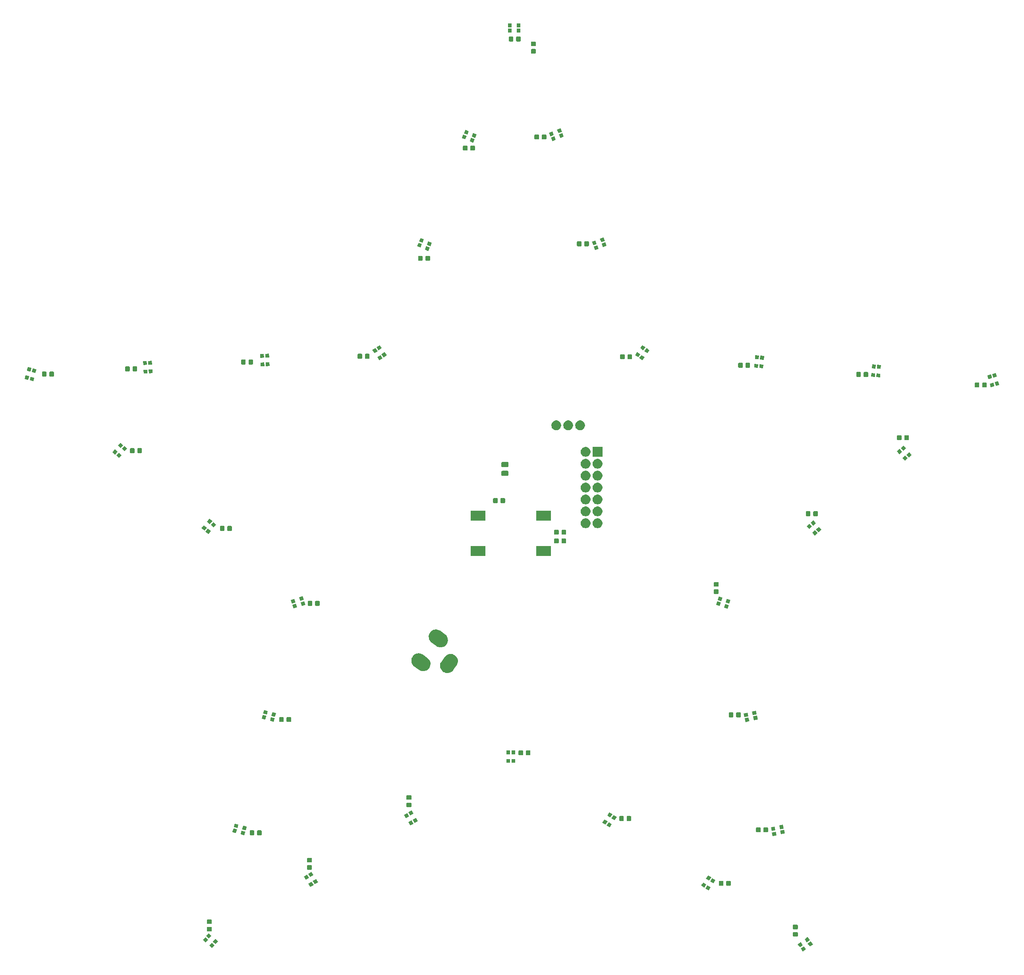
<source format=gbr>
G04 #@! TF.GenerationSoftware,KiCad,Pcbnew,(5.1.5)-3*
G04 #@! TF.CreationDate,2020-04-30T20:14:28+02:00*
G04 #@! TF.ProjectId,5-pointed-Star,352d706f-696e-4746-9564-2d537461722e,rev?*
G04 #@! TF.SameCoordinates,Original*
G04 #@! TF.FileFunction,Soldermask,Top*
G04 #@! TF.FilePolarity,Negative*
%FSLAX46Y46*%
G04 Gerber Fmt 4.6, Leading zero omitted, Abs format (unit mm)*
G04 Created by KiCad (PCBNEW (5.1.5)-3) date 2020-04-30 20:14:28*
%MOMM*%
%LPD*%
G04 APERTURE LIST*
%ADD10C,0.100000*%
G04 APERTURE END LIST*
D10*
G36*
X272851016Y-239147078D02*
G01*
X272202184Y-239618482D01*
X271730780Y-238969650D01*
X272379612Y-238498246D01*
X272851016Y-239147078D01*
G37*
G36*
X146816903Y-238249027D02*
G01*
X146301387Y-238863395D01*
X145687019Y-238347879D01*
X146202535Y-237733511D01*
X146816903Y-238249027D01*
G37*
G36*
X272204452Y-238257159D02*
G01*
X271555620Y-238728563D01*
X271084216Y-238079731D01*
X271733048Y-237608327D01*
X272204452Y-238257159D01*
G37*
G36*
X274331517Y-238071431D02*
G01*
X273682685Y-238542835D01*
X273211281Y-237894003D01*
X273860113Y-237422599D01*
X274331517Y-238071431D01*
G37*
G36*
X147523969Y-237406378D02*
G01*
X147008453Y-238020746D01*
X146394085Y-237505230D01*
X146909601Y-236890862D01*
X147523969Y-237406378D01*
G37*
G36*
X145415042Y-237072726D02*
G01*
X144899526Y-237687094D01*
X144285158Y-237171578D01*
X144800674Y-236557210D01*
X145415042Y-237072726D01*
G37*
G36*
X273684953Y-237181512D02*
G01*
X273036121Y-237652916D01*
X272564717Y-237004084D01*
X273213549Y-236532680D01*
X273684953Y-237181512D01*
G37*
G36*
X146122108Y-236230077D02*
G01*
X145606592Y-236844445D01*
X144992224Y-236328929D01*
X145507740Y-235714561D01*
X146122108Y-236230077D01*
G37*
G36*
X270969591Y-235463085D02*
G01*
X271003569Y-235473393D01*
X271034890Y-235490134D01*
X271062339Y-235512661D01*
X271084866Y-235540110D01*
X271101607Y-235571431D01*
X271111915Y-235605409D01*
X271116000Y-235646890D01*
X271116000Y-236248110D01*
X271111915Y-236289591D01*
X271101607Y-236323569D01*
X271084866Y-236354890D01*
X271062339Y-236382339D01*
X271034890Y-236404866D01*
X271003569Y-236421607D01*
X270969591Y-236431915D01*
X270928110Y-236436000D01*
X270251890Y-236436000D01*
X270210409Y-236431915D01*
X270176431Y-236421607D01*
X270145110Y-236404866D01*
X270117661Y-236382339D01*
X270095134Y-236354890D01*
X270078393Y-236323569D01*
X270068085Y-236289591D01*
X270064000Y-236248110D01*
X270064000Y-235646890D01*
X270068085Y-235605409D01*
X270078393Y-235571431D01*
X270095134Y-235540110D01*
X270117661Y-235512661D01*
X270145110Y-235490134D01*
X270176431Y-235473393D01*
X270210409Y-235463085D01*
X270251890Y-235459000D01*
X270928110Y-235459000D01*
X270969591Y-235463085D01*
G37*
G36*
X146049591Y-234343085D02*
G01*
X146083569Y-234353393D01*
X146114890Y-234370134D01*
X146142339Y-234392661D01*
X146164866Y-234420110D01*
X146181607Y-234451431D01*
X146191915Y-234485409D01*
X146196000Y-234526890D01*
X146196000Y-235128110D01*
X146191915Y-235169591D01*
X146181607Y-235203569D01*
X146164866Y-235234890D01*
X146142339Y-235262339D01*
X146114890Y-235284866D01*
X146083569Y-235301607D01*
X146049591Y-235311915D01*
X146008110Y-235316000D01*
X145331890Y-235316000D01*
X145290409Y-235311915D01*
X145256431Y-235301607D01*
X145225110Y-235284866D01*
X145197661Y-235262339D01*
X145175134Y-235234890D01*
X145158393Y-235203569D01*
X145148085Y-235169591D01*
X145144000Y-235128110D01*
X145144000Y-234526890D01*
X145148085Y-234485409D01*
X145158393Y-234451431D01*
X145175134Y-234420110D01*
X145197661Y-234392661D01*
X145225110Y-234370134D01*
X145256431Y-234353393D01*
X145290409Y-234343085D01*
X145331890Y-234339000D01*
X146008110Y-234339000D01*
X146049591Y-234343085D01*
G37*
G36*
X270969591Y-233888085D02*
G01*
X271003569Y-233898393D01*
X271034890Y-233915134D01*
X271062339Y-233937661D01*
X271084866Y-233965110D01*
X271101607Y-233996431D01*
X271111915Y-234030409D01*
X271116000Y-234071890D01*
X271116000Y-234673110D01*
X271111915Y-234714591D01*
X271101607Y-234748569D01*
X271084866Y-234779890D01*
X271062339Y-234807339D01*
X271034890Y-234829866D01*
X271003569Y-234846607D01*
X270969591Y-234856915D01*
X270928110Y-234861000D01*
X270251890Y-234861000D01*
X270210409Y-234856915D01*
X270176431Y-234846607D01*
X270145110Y-234829866D01*
X270117661Y-234807339D01*
X270095134Y-234779890D01*
X270078393Y-234748569D01*
X270068085Y-234714591D01*
X270064000Y-234673110D01*
X270064000Y-234071890D01*
X270068085Y-234030409D01*
X270078393Y-233996431D01*
X270095134Y-233965110D01*
X270117661Y-233937661D01*
X270145110Y-233915134D01*
X270176431Y-233898393D01*
X270210409Y-233888085D01*
X270251890Y-233884000D01*
X270928110Y-233884000D01*
X270969591Y-233888085D01*
G37*
G36*
X146049591Y-232768085D02*
G01*
X146083569Y-232778393D01*
X146114890Y-232795134D01*
X146142339Y-232817661D01*
X146164866Y-232845110D01*
X146181607Y-232876431D01*
X146191915Y-232910409D01*
X146196000Y-232951890D01*
X146196000Y-233553110D01*
X146191915Y-233594591D01*
X146181607Y-233628569D01*
X146164866Y-233659890D01*
X146142339Y-233687339D01*
X146114890Y-233709866D01*
X146083569Y-233726607D01*
X146049591Y-233736915D01*
X146008110Y-233741000D01*
X145331890Y-233741000D01*
X145290409Y-233736915D01*
X145256431Y-233726607D01*
X145225110Y-233709866D01*
X145197661Y-233687339D01*
X145175134Y-233659890D01*
X145158393Y-233628569D01*
X145148085Y-233594591D01*
X145144000Y-233553110D01*
X145144000Y-232951890D01*
X145148085Y-232910409D01*
X145158393Y-232876431D01*
X145175134Y-232845110D01*
X145197661Y-232817661D01*
X145225110Y-232795134D01*
X145256431Y-232778393D01*
X145290409Y-232768085D01*
X145331890Y-232764000D01*
X146008110Y-232764000D01*
X146049591Y-232768085D01*
G37*
G36*
X252545299Y-225924043D02*
G01*
X252096827Y-226588931D01*
X251431939Y-226140459D01*
X251880411Y-225475571D01*
X252545299Y-225924043D01*
G37*
G36*
X251633357Y-225308931D02*
G01*
X251184885Y-225973819D01*
X250519997Y-225525347D01*
X250968469Y-224860459D01*
X251633357Y-225308931D01*
G37*
G36*
X167693683Y-225071792D02*
G01*
X167900055Y-225402055D01*
X167900055Y-225402056D01*
X167481477Y-225663612D01*
X167219921Y-225827051D01*
X167219920Y-225827051D01*
X166946446Y-225389401D01*
X166794925Y-225146917D01*
X166794925Y-225146916D01*
X167213503Y-224885360D01*
X167475059Y-224721921D01*
X167475060Y-224721921D01*
X167693683Y-225071792D01*
G37*
G36*
X256679591Y-224538085D02*
G01*
X256713569Y-224548393D01*
X256744890Y-224565134D01*
X256772339Y-224587661D01*
X256794866Y-224615110D01*
X256811607Y-224646431D01*
X256821915Y-224680409D01*
X256826000Y-224721890D01*
X256826000Y-225398110D01*
X256821915Y-225439591D01*
X256811607Y-225473569D01*
X256794866Y-225504890D01*
X256772339Y-225532339D01*
X256744890Y-225554866D01*
X256713569Y-225571607D01*
X256679591Y-225581915D01*
X256638110Y-225586000D01*
X256036890Y-225586000D01*
X255995409Y-225581915D01*
X255961431Y-225571607D01*
X255930110Y-225554866D01*
X255902661Y-225532339D01*
X255880134Y-225504890D01*
X255863393Y-225473569D01*
X255853085Y-225439591D01*
X255849000Y-225398110D01*
X255849000Y-224721890D01*
X255853085Y-224680409D01*
X255863393Y-224646431D01*
X255880134Y-224615110D01*
X255902661Y-224587661D01*
X255930110Y-224565134D01*
X255961431Y-224548393D01*
X255995409Y-224538085D01*
X256036890Y-224534000D01*
X256638110Y-224534000D01*
X256679591Y-224538085D01*
G37*
G36*
X255104591Y-224538085D02*
G01*
X255138569Y-224548393D01*
X255169890Y-224565134D01*
X255197339Y-224587661D01*
X255219866Y-224615110D01*
X255236607Y-224646431D01*
X255246915Y-224680409D01*
X255251000Y-224721890D01*
X255251000Y-225398110D01*
X255246915Y-225439591D01*
X255236607Y-225473569D01*
X255219866Y-225504890D01*
X255197339Y-225532339D01*
X255169890Y-225554866D01*
X255138569Y-225571607D01*
X255104591Y-225581915D01*
X255063110Y-225586000D01*
X254461890Y-225586000D01*
X254420409Y-225581915D01*
X254386431Y-225571607D01*
X254355110Y-225554866D01*
X254327661Y-225532339D01*
X254305134Y-225504890D01*
X254288393Y-225473569D01*
X254278085Y-225439591D01*
X254274000Y-225398110D01*
X254274000Y-224721890D01*
X254278085Y-224680409D01*
X254288393Y-224646431D01*
X254305134Y-224615110D01*
X254327661Y-224587661D01*
X254355110Y-224565134D01*
X254386431Y-224548393D01*
X254420409Y-224538085D01*
X254461890Y-224534000D01*
X255063110Y-224534000D01*
X255104591Y-224538085D01*
G37*
G36*
X168606415Y-224456680D02*
G01*
X168832908Y-224819144D01*
X168832908Y-224819145D01*
X168428588Y-225071792D01*
X168152774Y-225244140D01*
X168152773Y-225244140D01*
X167826435Y-224721890D01*
X167727778Y-224564006D01*
X167727778Y-224564005D01*
X168190086Y-224275123D01*
X168407912Y-224139010D01*
X168407913Y-224139010D01*
X168606415Y-224456680D01*
G37*
G36*
X253568622Y-224406904D02*
G01*
X253120150Y-225071792D01*
X252455262Y-224623320D01*
X252903734Y-223958432D01*
X253568622Y-224406904D01*
G37*
G36*
X252656680Y-223791792D02*
G01*
X252208208Y-224456680D01*
X251543320Y-224008208D01*
X251991792Y-223343320D01*
X252656680Y-223791792D01*
G37*
G36*
X166766864Y-223588571D02*
G01*
X166930303Y-223850127D01*
X166930303Y-223850128D01*
X166511725Y-224111684D01*
X166250169Y-224275123D01*
X166250168Y-224275123D01*
X165984601Y-223850127D01*
X165825173Y-223594989D01*
X165825173Y-223594988D01*
X166243751Y-223333432D01*
X166505307Y-223169993D01*
X166505308Y-223169993D01*
X166766864Y-223588571D01*
G37*
G36*
X167699717Y-223005660D02*
G01*
X167863156Y-223267216D01*
X167863156Y-223267217D01*
X167444578Y-223528773D01*
X167183022Y-223692212D01*
X167183021Y-223692212D01*
X166856703Y-223169993D01*
X166758026Y-223012078D01*
X166758026Y-223012077D01*
X167176604Y-222750521D01*
X167438160Y-222587082D01*
X167438161Y-222587082D01*
X167699717Y-223005660D01*
G37*
G36*
X167399591Y-221193085D02*
G01*
X167433569Y-221203393D01*
X167464890Y-221220134D01*
X167492339Y-221242661D01*
X167514866Y-221270110D01*
X167531607Y-221301431D01*
X167541915Y-221335409D01*
X167546000Y-221376890D01*
X167546000Y-221978110D01*
X167541915Y-222019591D01*
X167531607Y-222053569D01*
X167514866Y-222084890D01*
X167492339Y-222112339D01*
X167464890Y-222134866D01*
X167433569Y-222151607D01*
X167399591Y-222161915D01*
X167358110Y-222166000D01*
X166681890Y-222166000D01*
X166640409Y-222161915D01*
X166606431Y-222151607D01*
X166575110Y-222134866D01*
X166547661Y-222112339D01*
X166525134Y-222084890D01*
X166508393Y-222053569D01*
X166498085Y-222019591D01*
X166494000Y-221978110D01*
X166494000Y-221376890D01*
X166498085Y-221335409D01*
X166508393Y-221301431D01*
X166525134Y-221270110D01*
X166547661Y-221242661D01*
X166575110Y-221220134D01*
X166606431Y-221203393D01*
X166640409Y-221193085D01*
X166681890Y-221189000D01*
X167358110Y-221189000D01*
X167399591Y-221193085D01*
G37*
G36*
X167399591Y-219618085D02*
G01*
X167433569Y-219628393D01*
X167464890Y-219645134D01*
X167492339Y-219667661D01*
X167514866Y-219695110D01*
X167531607Y-219726431D01*
X167541915Y-219760409D01*
X167546000Y-219801890D01*
X167546000Y-220403110D01*
X167541915Y-220444591D01*
X167531607Y-220478569D01*
X167514866Y-220509890D01*
X167492339Y-220537339D01*
X167464890Y-220559866D01*
X167433569Y-220576607D01*
X167399591Y-220586915D01*
X167358110Y-220591000D01*
X166681890Y-220591000D01*
X166640409Y-220586915D01*
X166606431Y-220576607D01*
X166575110Y-220559866D01*
X166547661Y-220537339D01*
X166525134Y-220509890D01*
X166508393Y-220478569D01*
X166498085Y-220444591D01*
X166494000Y-220403110D01*
X166494000Y-219801890D01*
X166498085Y-219760409D01*
X166508393Y-219726431D01*
X166525134Y-219695110D01*
X166547661Y-219667661D01*
X166575110Y-219645134D01*
X166606431Y-219628393D01*
X166640409Y-219618085D01*
X166681890Y-219614000D01*
X167358110Y-219614000D01*
X167399591Y-219618085D01*
G37*
G36*
X266536906Y-214803936D02*
G01*
X265752431Y-214970681D01*
X265585686Y-214186206D01*
X266370161Y-214019461D01*
X266536906Y-214803936D01*
G37*
G36*
X152735457Y-213875262D02*
G01*
X153346422Y-214038969D01*
X153346422Y-214038970D01*
X153321379Y-214132430D01*
X153138849Y-214813642D01*
X153138848Y-214813642D01*
X152910063Y-214752339D01*
X152364176Y-214606069D01*
X152368428Y-214590202D01*
X152479413Y-214176000D01*
X152571749Y-213831396D01*
X152571750Y-213831396D01*
X152735457Y-213875262D01*
G37*
G36*
X155104591Y-213758085D02*
G01*
X155138569Y-213768393D01*
X155169890Y-213785134D01*
X155197339Y-213807661D01*
X155219866Y-213835110D01*
X155236607Y-213866431D01*
X155246915Y-213900409D01*
X155251000Y-213941890D01*
X155251000Y-214618110D01*
X155246915Y-214659591D01*
X155236607Y-214693569D01*
X155219866Y-214724890D01*
X155197339Y-214752339D01*
X155169890Y-214774866D01*
X155138569Y-214791607D01*
X155104591Y-214801915D01*
X155063110Y-214806000D01*
X154461890Y-214806000D01*
X154420409Y-214801915D01*
X154386431Y-214791607D01*
X154355110Y-214774866D01*
X154327661Y-214752339D01*
X154305134Y-214724890D01*
X154288393Y-214693569D01*
X154278085Y-214659591D01*
X154274000Y-214618110D01*
X154274000Y-213941890D01*
X154278085Y-213900409D01*
X154288393Y-213866431D01*
X154305134Y-213835110D01*
X154327661Y-213807661D01*
X154355110Y-213785134D01*
X154386431Y-213768393D01*
X154420409Y-213758085D01*
X154461890Y-213754000D01*
X155063110Y-213754000D01*
X155104591Y-213758085D01*
G37*
G36*
X156679591Y-213758085D02*
G01*
X156713569Y-213768393D01*
X156744890Y-213785134D01*
X156772339Y-213807661D01*
X156794866Y-213835110D01*
X156811607Y-213866431D01*
X156821915Y-213900409D01*
X156826000Y-213941890D01*
X156826000Y-214618110D01*
X156821915Y-214659591D01*
X156811607Y-214693569D01*
X156794866Y-214724890D01*
X156772339Y-214752339D01*
X156744890Y-214774866D01*
X156713569Y-214791607D01*
X156679591Y-214801915D01*
X156638110Y-214806000D01*
X156036890Y-214806000D01*
X155995409Y-214801915D01*
X155961431Y-214791607D01*
X155930110Y-214774866D01*
X155902661Y-214752339D01*
X155880134Y-214724890D01*
X155863393Y-214693569D01*
X155853085Y-214659591D01*
X155849000Y-214618110D01*
X155849000Y-213941890D01*
X155853085Y-213900409D01*
X155863393Y-213866431D01*
X155880134Y-213835110D01*
X155902661Y-213807661D01*
X155930110Y-213785134D01*
X155961431Y-213768393D01*
X155995409Y-213758085D01*
X156036890Y-213754000D01*
X156638110Y-213754000D01*
X156679591Y-213758085D01*
G37*
G36*
X268326916Y-214423457D02*
G01*
X267542441Y-214590202D01*
X267375696Y-213805727D01*
X268160171Y-213638982D01*
X268326916Y-214423457D01*
G37*
G36*
X150967813Y-213401623D02*
G01*
X151578778Y-213565330D01*
X151371205Y-214340003D01*
X151371204Y-214340003D01*
X151207497Y-214296137D01*
X150596532Y-214132430D01*
X150621575Y-214038970D01*
X150689590Y-213785134D01*
X150804105Y-213357757D01*
X150804106Y-213357757D01*
X150967813Y-213401623D01*
G37*
G36*
X263044591Y-213128085D02*
G01*
X263078569Y-213138393D01*
X263109890Y-213155134D01*
X263137339Y-213177661D01*
X263159866Y-213205110D01*
X263176607Y-213236431D01*
X263186915Y-213270409D01*
X263191000Y-213311890D01*
X263191000Y-213988110D01*
X263186915Y-214029591D01*
X263176607Y-214063569D01*
X263159866Y-214094890D01*
X263137339Y-214122339D01*
X263109890Y-214144866D01*
X263078569Y-214161607D01*
X263044591Y-214171915D01*
X263003110Y-214176000D01*
X262401890Y-214176000D01*
X262360409Y-214171915D01*
X262326431Y-214161607D01*
X262295110Y-214144866D01*
X262267661Y-214122339D01*
X262245134Y-214094890D01*
X262228393Y-214063569D01*
X262218085Y-214029591D01*
X262214000Y-213988110D01*
X262214000Y-213311890D01*
X262218085Y-213270409D01*
X262228393Y-213236431D01*
X262245134Y-213205110D01*
X262267661Y-213177661D01*
X262295110Y-213155134D01*
X262326431Y-213138393D01*
X262360409Y-213128085D01*
X262401890Y-213124000D01*
X263003110Y-213124000D01*
X263044591Y-213128085D01*
G37*
G36*
X264619591Y-213128085D02*
G01*
X264653569Y-213138393D01*
X264684890Y-213155134D01*
X264712339Y-213177661D01*
X264734866Y-213205110D01*
X264751607Y-213236431D01*
X264761915Y-213270409D01*
X264766000Y-213311890D01*
X264766000Y-213988110D01*
X264761915Y-214029591D01*
X264751607Y-214063569D01*
X264734866Y-214094890D01*
X264712339Y-214122339D01*
X264684890Y-214144866D01*
X264653569Y-214161607D01*
X264619591Y-214171915D01*
X264578110Y-214176000D01*
X263976890Y-214176000D01*
X263935409Y-214171915D01*
X263901431Y-214161607D01*
X263870110Y-214144866D01*
X263842661Y-214122339D01*
X263820134Y-214094890D01*
X263803393Y-214063569D01*
X263793085Y-214029591D01*
X263789000Y-213988110D01*
X263789000Y-213311890D01*
X263793085Y-213270409D01*
X263803393Y-213236431D01*
X263820134Y-213205110D01*
X263842661Y-213177661D01*
X263870110Y-213155134D01*
X263901431Y-213138393D01*
X263935409Y-213128085D01*
X263976890Y-213124000D01*
X264578110Y-213124000D01*
X264619591Y-213128085D01*
G37*
G36*
X266308203Y-213727973D02*
G01*
X265523728Y-213894718D01*
X265356983Y-213110243D01*
X266141458Y-212943498D01*
X266308203Y-213727973D01*
G37*
G36*
X153020158Y-212812743D02*
G01*
X153631123Y-212976450D01*
X153631123Y-212976451D01*
X153606080Y-213069911D01*
X153423550Y-213751123D01*
X153423549Y-213751123D01*
X153259842Y-213707257D01*
X152648877Y-213543550D01*
X152656731Y-213514240D01*
X152692743Y-213379842D01*
X152856450Y-212768877D01*
X152856451Y-212768877D01*
X153020158Y-212812743D01*
G37*
G36*
X268098213Y-213347495D02*
G01*
X267313738Y-213514240D01*
X267146993Y-212729765D01*
X267931468Y-212563020D01*
X268098213Y-213347495D01*
G37*
G36*
X151195162Y-212323736D02*
G01*
X151863479Y-212502811D01*
X151655906Y-213277484D01*
X151655905Y-213277484D01*
X151492198Y-213233618D01*
X150881233Y-213069911D01*
X150906276Y-212976451D01*
X150982173Y-212693199D01*
X151088806Y-212295238D01*
X151088807Y-212295238D01*
X151195162Y-212323736D01*
G37*
G36*
X231477064Y-212476783D02*
G01*
X231028592Y-213141671D01*
X230363704Y-212693199D01*
X230812176Y-212028311D01*
X231477064Y-212476783D01*
G37*
G36*
X189177371Y-212323736D02*
G01*
X188489922Y-212736797D01*
X188076861Y-212049348D01*
X188764310Y-211636287D01*
X189177371Y-212323736D01*
G37*
G36*
X230565122Y-211861671D02*
G01*
X230116650Y-212526559D01*
X229451762Y-212078087D01*
X229900234Y-211413199D01*
X230565122Y-211861671D01*
G37*
G36*
X190120255Y-211757194D02*
G01*
X189432806Y-212170255D01*
X189019745Y-211482806D01*
X189707194Y-211069745D01*
X190120255Y-211757194D01*
G37*
G36*
X235449591Y-210708085D02*
G01*
X235483569Y-210718393D01*
X235514890Y-210735134D01*
X235542339Y-210757661D01*
X235564866Y-210785110D01*
X235581607Y-210816431D01*
X235591915Y-210850409D01*
X235596000Y-210891890D01*
X235596000Y-211568110D01*
X235591915Y-211609591D01*
X235581607Y-211643569D01*
X235564866Y-211674890D01*
X235542339Y-211702339D01*
X235514890Y-211724866D01*
X235483569Y-211741607D01*
X235449591Y-211751915D01*
X235408110Y-211756000D01*
X234806890Y-211756000D01*
X234765409Y-211751915D01*
X234731431Y-211741607D01*
X234700110Y-211724866D01*
X234672661Y-211702339D01*
X234650134Y-211674890D01*
X234633393Y-211643569D01*
X234623085Y-211609591D01*
X234619000Y-211568110D01*
X234619000Y-210891890D01*
X234623085Y-210850409D01*
X234633393Y-210816431D01*
X234650134Y-210785110D01*
X234672661Y-210757661D01*
X234700110Y-210735134D01*
X234731431Y-210718393D01*
X234765409Y-210708085D01*
X234806890Y-210704000D01*
X235408110Y-210704000D01*
X235449591Y-210708085D01*
G37*
G36*
X233874591Y-210708085D02*
G01*
X233908569Y-210718393D01*
X233939890Y-210735134D01*
X233967339Y-210757661D01*
X233989866Y-210785110D01*
X234006607Y-210816431D01*
X234016915Y-210850409D01*
X234021000Y-210891890D01*
X234021000Y-211568110D01*
X234016915Y-211609591D01*
X234006607Y-211643569D01*
X233989866Y-211674890D01*
X233967339Y-211702339D01*
X233939890Y-211724866D01*
X233908569Y-211741607D01*
X233874591Y-211751915D01*
X233833110Y-211756000D01*
X233231890Y-211756000D01*
X233190409Y-211751915D01*
X233156431Y-211741607D01*
X233125110Y-211724866D01*
X233097661Y-211702339D01*
X233075134Y-211674890D01*
X233058393Y-211643569D01*
X233048085Y-211609591D01*
X233044000Y-211568110D01*
X233044000Y-210891890D01*
X233048085Y-210850409D01*
X233058393Y-210816431D01*
X233075134Y-210785110D01*
X233097661Y-210757661D01*
X233125110Y-210735134D01*
X233156431Y-210718393D01*
X233190409Y-210708085D01*
X233231890Y-210704000D01*
X233833110Y-210704000D01*
X233874591Y-210708085D01*
G37*
G36*
X232500387Y-210959644D02*
G01*
X232051915Y-211624532D01*
X231387027Y-211176060D01*
X231835499Y-210511172D01*
X232500387Y-210959644D01*
G37*
G36*
X188234851Y-210755120D02*
G01*
X187547402Y-211168181D01*
X187134341Y-210480732D01*
X187821790Y-210067671D01*
X188234851Y-210755120D01*
G37*
G36*
X231588445Y-210344532D02*
G01*
X231139973Y-211009420D01*
X230475085Y-210560948D01*
X230923557Y-209896060D01*
X231588445Y-210344532D01*
G37*
G36*
X189177735Y-210188578D02*
G01*
X188490286Y-210601639D01*
X188077225Y-209914190D01*
X188764674Y-209501129D01*
X189177735Y-210188578D01*
G37*
G36*
X188599591Y-207843085D02*
G01*
X188633569Y-207853393D01*
X188664890Y-207870134D01*
X188692339Y-207892661D01*
X188714866Y-207920110D01*
X188731607Y-207951431D01*
X188741915Y-207985409D01*
X188746000Y-208026890D01*
X188746000Y-208628110D01*
X188741915Y-208669591D01*
X188731607Y-208703569D01*
X188714866Y-208734890D01*
X188692339Y-208762339D01*
X188664890Y-208784866D01*
X188633569Y-208801607D01*
X188599591Y-208811915D01*
X188558110Y-208816000D01*
X187881890Y-208816000D01*
X187840409Y-208811915D01*
X187806431Y-208801607D01*
X187775110Y-208784866D01*
X187747661Y-208762339D01*
X187725134Y-208734890D01*
X187708393Y-208703569D01*
X187698085Y-208669591D01*
X187694000Y-208628110D01*
X187694000Y-208026890D01*
X187698085Y-207985409D01*
X187708393Y-207951431D01*
X187725134Y-207920110D01*
X187747661Y-207892661D01*
X187775110Y-207870134D01*
X187806431Y-207853393D01*
X187840409Y-207843085D01*
X187881890Y-207839000D01*
X188558110Y-207839000D01*
X188599591Y-207843085D01*
G37*
G36*
X188599591Y-206268085D02*
G01*
X188633569Y-206278393D01*
X188664890Y-206295134D01*
X188692339Y-206317661D01*
X188714866Y-206345110D01*
X188731607Y-206376431D01*
X188741915Y-206410409D01*
X188746000Y-206451890D01*
X188746000Y-207053110D01*
X188741915Y-207094591D01*
X188731607Y-207128569D01*
X188714866Y-207159890D01*
X188692339Y-207187339D01*
X188664890Y-207209866D01*
X188633569Y-207226607D01*
X188599591Y-207236915D01*
X188558110Y-207241000D01*
X187881890Y-207241000D01*
X187840409Y-207236915D01*
X187806431Y-207226607D01*
X187775110Y-207209866D01*
X187747661Y-207187339D01*
X187725134Y-207159890D01*
X187708393Y-207128569D01*
X187698085Y-207094591D01*
X187694000Y-207053110D01*
X187694000Y-206451890D01*
X187698085Y-206410409D01*
X187708393Y-206376431D01*
X187725134Y-206345110D01*
X187747661Y-206317661D01*
X187775110Y-206295134D01*
X187806431Y-206278393D01*
X187840409Y-206268085D01*
X187881890Y-206264000D01*
X188558110Y-206264000D01*
X188599591Y-206268085D01*
G37*
G36*
X210871000Y-199356000D02*
G01*
X210069000Y-199356000D01*
X210069000Y-198554000D01*
X210871000Y-198554000D01*
X210871000Y-199356000D01*
G37*
G36*
X209771000Y-199356000D02*
G01*
X208969000Y-199356000D01*
X208969000Y-198554000D01*
X209771000Y-198554000D01*
X209771000Y-199356000D01*
G37*
G36*
X213979591Y-196708085D02*
G01*
X214013569Y-196718393D01*
X214044890Y-196735134D01*
X214072339Y-196757661D01*
X214094866Y-196785110D01*
X214111607Y-196816431D01*
X214121915Y-196850409D01*
X214126000Y-196891890D01*
X214126000Y-197568110D01*
X214121915Y-197609591D01*
X214111607Y-197643569D01*
X214094866Y-197674890D01*
X214072339Y-197702339D01*
X214044890Y-197724866D01*
X214013569Y-197741607D01*
X213979591Y-197751915D01*
X213938110Y-197756000D01*
X213336890Y-197756000D01*
X213295409Y-197751915D01*
X213261431Y-197741607D01*
X213230110Y-197724866D01*
X213202661Y-197702339D01*
X213180134Y-197674890D01*
X213163393Y-197643569D01*
X213153085Y-197609591D01*
X213149000Y-197568110D01*
X213149000Y-196891890D01*
X213153085Y-196850409D01*
X213163393Y-196816431D01*
X213180134Y-196785110D01*
X213202661Y-196757661D01*
X213230110Y-196735134D01*
X213261431Y-196718393D01*
X213295409Y-196708085D01*
X213336890Y-196704000D01*
X213938110Y-196704000D01*
X213979591Y-196708085D01*
G37*
G36*
X212404591Y-196708085D02*
G01*
X212438569Y-196718393D01*
X212469890Y-196735134D01*
X212497339Y-196757661D01*
X212519866Y-196785110D01*
X212536607Y-196816431D01*
X212546915Y-196850409D01*
X212551000Y-196891890D01*
X212551000Y-197568110D01*
X212546915Y-197609591D01*
X212536607Y-197643569D01*
X212519866Y-197674890D01*
X212497339Y-197702339D01*
X212469890Y-197724866D01*
X212438569Y-197741607D01*
X212404591Y-197751915D01*
X212363110Y-197756000D01*
X211761890Y-197756000D01*
X211720409Y-197751915D01*
X211686431Y-197741607D01*
X211655110Y-197724866D01*
X211627661Y-197702339D01*
X211605134Y-197674890D01*
X211588393Y-197643569D01*
X211578085Y-197609591D01*
X211574000Y-197568110D01*
X211574000Y-196891890D01*
X211578085Y-196850409D01*
X211588393Y-196816431D01*
X211605134Y-196785110D01*
X211627661Y-196757661D01*
X211655110Y-196735134D01*
X211686431Y-196718393D01*
X211720409Y-196708085D01*
X211761890Y-196704000D01*
X212363110Y-196704000D01*
X212404591Y-196708085D01*
G37*
G36*
X210871000Y-197526000D02*
G01*
X210069000Y-197526000D01*
X210069000Y-196724000D01*
X210871000Y-196724000D01*
X210871000Y-197526000D01*
G37*
G36*
X209771000Y-197526000D02*
G01*
X208969000Y-197526000D01*
X208969000Y-196724000D01*
X209771000Y-196724000D01*
X209771000Y-197526000D01*
G37*
G36*
X260786246Y-190474067D02*
G01*
X260004801Y-190654478D01*
X259824390Y-189873033D01*
X260605835Y-189692622D01*
X260786246Y-190474067D01*
G37*
G36*
X162969591Y-189598085D02*
G01*
X163003569Y-189608393D01*
X163034890Y-189625134D01*
X163062339Y-189647661D01*
X163084866Y-189675110D01*
X163101607Y-189706431D01*
X163111915Y-189740409D01*
X163116000Y-189781890D01*
X163116000Y-190458110D01*
X163111915Y-190499591D01*
X163101607Y-190533569D01*
X163084866Y-190564890D01*
X163062339Y-190592339D01*
X163034890Y-190614866D01*
X163003569Y-190631607D01*
X162969591Y-190641915D01*
X162928110Y-190646000D01*
X162326890Y-190646000D01*
X162285409Y-190641915D01*
X162251431Y-190631607D01*
X162220110Y-190614866D01*
X162192661Y-190592339D01*
X162170134Y-190564890D01*
X162153393Y-190533569D01*
X162143085Y-190499591D01*
X162139000Y-190458110D01*
X162139000Y-189781890D01*
X162143085Y-189740409D01*
X162153393Y-189706431D01*
X162170134Y-189675110D01*
X162192661Y-189647661D01*
X162220110Y-189625134D01*
X162251431Y-189608393D01*
X162285409Y-189598085D01*
X162326890Y-189594000D01*
X162928110Y-189594000D01*
X162969591Y-189598085D01*
G37*
G36*
X161394591Y-189598085D02*
G01*
X161428569Y-189608393D01*
X161459890Y-189625134D01*
X161487339Y-189647661D01*
X161509866Y-189675110D01*
X161526607Y-189706431D01*
X161536915Y-189740409D01*
X161541000Y-189781890D01*
X161541000Y-190458110D01*
X161536915Y-190499591D01*
X161526607Y-190533569D01*
X161509866Y-190564890D01*
X161487339Y-190592339D01*
X161459890Y-190614866D01*
X161428569Y-190631607D01*
X161394591Y-190641915D01*
X161353110Y-190646000D01*
X160751890Y-190646000D01*
X160710409Y-190641915D01*
X160676431Y-190631607D01*
X160645110Y-190614866D01*
X160617661Y-190592339D01*
X160595134Y-190564890D01*
X160578393Y-190533569D01*
X160568085Y-190499591D01*
X160564000Y-190458110D01*
X160564000Y-189781890D01*
X160568085Y-189740409D01*
X160578393Y-189706431D01*
X160595134Y-189675110D01*
X160617661Y-189647661D01*
X160645110Y-189625134D01*
X160676431Y-189608393D01*
X160710409Y-189598085D01*
X160751890Y-189594000D01*
X161353110Y-189594000D01*
X161394591Y-189598085D01*
G37*
G36*
X158992967Y-189659597D02*
G01*
X159603932Y-189823304D01*
X159603932Y-189823305D01*
X159578889Y-189916765D01*
X159396359Y-190597977D01*
X159396358Y-190597977D01*
X159170462Y-190537448D01*
X158621686Y-190390404D01*
X158829259Y-189615731D01*
X158829260Y-189615731D01*
X158992967Y-189659597D01*
G37*
G36*
X262569344Y-190062407D02*
G01*
X261787899Y-190242818D01*
X261607488Y-189461373D01*
X262388933Y-189280962D01*
X262569344Y-190062407D01*
G37*
G36*
X157225323Y-189185958D02*
G01*
X157836288Y-189349665D01*
X157836288Y-189349666D01*
X157822195Y-189402260D01*
X157628715Y-190124338D01*
X157628714Y-190124338D01*
X157465007Y-190080472D01*
X156854042Y-189916765D01*
X156879085Y-189823305D01*
X156929497Y-189635164D01*
X157061615Y-189142092D01*
X157061616Y-189142092D01*
X157225323Y-189185958D01*
G37*
G36*
X258799591Y-188588085D02*
G01*
X258833569Y-188598393D01*
X258864890Y-188615134D01*
X258892339Y-188637661D01*
X258914866Y-188665110D01*
X258931607Y-188696431D01*
X258941915Y-188730409D01*
X258946000Y-188771890D01*
X258946000Y-189448110D01*
X258941915Y-189489591D01*
X258931607Y-189523569D01*
X258914866Y-189554890D01*
X258892339Y-189582339D01*
X258864890Y-189604866D01*
X258833569Y-189621607D01*
X258799591Y-189631915D01*
X258758110Y-189636000D01*
X258156890Y-189636000D01*
X258115409Y-189631915D01*
X258081431Y-189621607D01*
X258050110Y-189604866D01*
X258022661Y-189582339D01*
X258000134Y-189554890D01*
X257983393Y-189523569D01*
X257973085Y-189489591D01*
X257969000Y-189448110D01*
X257969000Y-188771890D01*
X257973085Y-188730409D01*
X257983393Y-188696431D01*
X258000134Y-188665110D01*
X258022661Y-188637661D01*
X258050110Y-188615134D01*
X258081431Y-188598393D01*
X258115409Y-188588085D01*
X258156890Y-188584000D01*
X258758110Y-188584000D01*
X258799591Y-188588085D01*
G37*
G36*
X257224591Y-188588085D02*
G01*
X257258569Y-188598393D01*
X257289890Y-188615134D01*
X257317339Y-188637661D01*
X257339866Y-188665110D01*
X257356607Y-188696431D01*
X257366915Y-188730409D01*
X257371000Y-188771890D01*
X257371000Y-189448110D01*
X257366915Y-189489591D01*
X257356607Y-189523569D01*
X257339866Y-189554890D01*
X257317339Y-189582339D01*
X257289890Y-189604866D01*
X257258569Y-189621607D01*
X257224591Y-189631915D01*
X257183110Y-189636000D01*
X256581890Y-189636000D01*
X256540409Y-189631915D01*
X256506431Y-189621607D01*
X256475110Y-189604866D01*
X256447661Y-189582339D01*
X256425134Y-189554890D01*
X256408393Y-189523569D01*
X256398085Y-189489591D01*
X256394000Y-189448110D01*
X256394000Y-188771890D01*
X256398085Y-188730409D01*
X256408393Y-188696431D01*
X256425134Y-188665110D01*
X256447661Y-188637661D01*
X256475110Y-188615134D01*
X256506431Y-188598393D01*
X256540409Y-188588085D01*
X256581890Y-188584000D01*
X257183110Y-188584000D01*
X257224591Y-188588085D01*
G37*
G36*
X260538800Y-189402260D02*
G01*
X259757355Y-189582671D01*
X259576944Y-188801226D01*
X260358389Y-188620815D01*
X260538800Y-189402260D01*
G37*
G36*
X159244108Y-188588085D02*
G01*
X159888633Y-188760785D01*
X159888633Y-188760786D01*
X159863590Y-188854246D01*
X159681060Y-189535458D01*
X159681059Y-189535458D01*
X159493569Y-189485220D01*
X158906387Y-189327885D01*
X159113960Y-188553212D01*
X159113961Y-188553212D01*
X159244108Y-188588085D01*
G37*
G36*
X262321898Y-188990599D02*
G01*
X261540453Y-189171010D01*
X261360042Y-188389565D01*
X262141487Y-188209154D01*
X262321898Y-188990599D01*
G37*
G36*
X157510024Y-188123439D02*
G01*
X158120989Y-188287146D01*
X157913416Y-189061819D01*
X157913415Y-189061819D01*
X157749708Y-189017953D01*
X157138743Y-188854246D01*
X157145709Y-188828250D01*
X157202813Y-188615134D01*
X157346316Y-188079573D01*
X157346317Y-188079573D01*
X157510024Y-188123439D01*
G37*
G36*
X197403572Y-176151054D02*
G01*
X197477119Y-176161227D01*
X197765777Y-176261325D01*
X197913363Y-176347827D01*
X198029360Y-176415814D01*
X198257740Y-176618757D01*
X198442135Y-176862351D01*
X198442137Y-176862354D01*
X198575469Y-177137245D01*
X198652610Y-177432866D01*
X198652610Y-177432868D01*
X198670597Y-177737857D01*
X198628737Y-178040494D01*
X198615155Y-178079660D01*
X198528639Y-178329153D01*
X198412863Y-178526686D01*
X197951537Y-179161646D01*
X197617955Y-179620782D01*
X197465864Y-179791936D01*
X197312078Y-179908348D01*
X197222267Y-179976333D01*
X196947377Y-180109664D01*
X196947375Y-180109665D01*
X196947374Y-180109665D01*
X196813103Y-180144703D01*
X196651755Y-180186806D01*
X196499260Y-180195799D01*
X196346766Y-180204792D01*
X196346765Y-180204792D01*
X196044127Y-180162932D01*
X195755469Y-180062834D01*
X195695904Y-180027922D01*
X195491889Y-179908348D01*
X195263506Y-179705402D01*
X195079112Y-179461809D01*
X195079109Y-179461805D01*
X194945778Y-179186915D01*
X194868636Y-178891293D01*
X194850650Y-178586303D01*
X194892510Y-178283665D01*
X194992608Y-177995007D01*
X195108384Y-177797475D01*
X195174730Y-177706157D01*
X195903291Y-176703378D01*
X196055382Y-176532224D01*
X196298976Y-176347829D01*
X196298977Y-176347829D01*
X196298979Y-176347827D01*
X196573868Y-176214495D01*
X196869490Y-176137354D01*
X196885579Y-176136405D01*
X197174480Y-176119367D01*
X197403572Y-176151054D01*
G37*
G36*
X190654262Y-176024796D02*
G01*
X190942920Y-176124894D01*
X191090504Y-176211395D01*
X191140454Y-176240671D01*
X192234549Y-177035577D01*
X192234551Y-177035579D01*
X192405702Y-177187667D01*
X192590100Y-177431265D01*
X192723432Y-177706154D01*
X192800573Y-178001776D01*
X192800573Y-178001777D01*
X192818560Y-178306766D01*
X192788141Y-178526686D01*
X192776700Y-178609405D01*
X192676602Y-178898063D01*
X192579201Y-179064245D01*
X192522113Y-179161646D01*
X192319170Y-179390026D01*
X192075576Y-179574421D01*
X192075573Y-179574423D01*
X191800682Y-179707755D01*
X191505061Y-179784896D01*
X191472882Y-179786794D01*
X191200070Y-179802883D01*
X190897433Y-179761023D01*
X190743822Y-179707755D01*
X190608774Y-179660925D01*
X190411241Y-179545149D01*
X189317144Y-178750240D01*
X189145991Y-178598150D01*
X188961597Y-178354557D01*
X188961594Y-178354553D01*
X188828263Y-178079663D01*
X188807939Y-178001776D01*
X188751121Y-177784040D01*
X188733135Y-177479052D01*
X188739745Y-177431262D01*
X188774995Y-177176413D01*
X188875093Y-176887755D01*
X188983159Y-176703376D01*
X189029579Y-176624175D01*
X189232525Y-176395792D01*
X189476118Y-176211398D01*
X189476122Y-176211395D01*
X189751012Y-176078064D01*
X189751014Y-176078063D01*
X189751015Y-176078063D01*
X189955145Y-176024796D01*
X190046634Y-176000922D01*
X190199129Y-175991929D01*
X190351623Y-175982936D01*
X190351624Y-175982936D01*
X190654262Y-176024796D01*
G37*
G36*
X194357309Y-170927989D02*
G01*
X194645967Y-171028087D01*
X194793551Y-171114588D01*
X194843501Y-171143864D01*
X195937596Y-171938770D01*
X195937598Y-171938772D01*
X196108749Y-172090860D01*
X196293147Y-172334458D01*
X196426479Y-172609347D01*
X196446803Y-172687234D01*
X196503620Y-172904970D01*
X196521607Y-173209959D01*
X196489920Y-173439051D01*
X196479747Y-173512598D01*
X196379649Y-173801256D01*
X196282248Y-173967438D01*
X196225160Y-174064839D01*
X196022217Y-174293219D01*
X195778623Y-174477614D01*
X195778620Y-174477616D01*
X195503729Y-174610948D01*
X195208108Y-174688089D01*
X195175929Y-174689987D01*
X194903117Y-174706076D01*
X194600480Y-174664216D01*
X194446869Y-174610948D01*
X194311821Y-174564118D01*
X194114288Y-174448342D01*
X193020191Y-173653433D01*
X192849038Y-173501343D01*
X192664644Y-173257750D01*
X192664641Y-173257746D01*
X192531310Y-172982856D01*
X192510986Y-172904969D01*
X192454168Y-172687233D01*
X192436182Y-172382245D01*
X192442792Y-172334455D01*
X192478042Y-172079606D01*
X192578140Y-171790948D01*
X192613052Y-171731383D01*
X192732626Y-171527368D01*
X192935572Y-171298985D01*
X193179165Y-171114591D01*
X193179169Y-171114588D01*
X193454059Y-170981257D01*
X193454061Y-170981256D01*
X193454062Y-170981256D01*
X193658192Y-170927989D01*
X193749681Y-170904115D01*
X193902176Y-170895122D01*
X194054670Y-170886129D01*
X194054671Y-170886129D01*
X194357309Y-170927989D01*
G37*
G36*
X256448119Y-165689923D02*
G01*
X256200288Y-166452670D01*
X255437541Y-166204839D01*
X255685372Y-165442092D01*
X256448119Y-165689923D01*
G37*
G36*
X164392177Y-166172314D02*
G01*
X163629430Y-166420145D01*
X163381599Y-165657398D01*
X164144346Y-165409567D01*
X164392177Y-166172314D01*
G37*
G36*
X254707686Y-165124422D02*
G01*
X254459855Y-165887169D01*
X253697108Y-165639338D01*
X253944939Y-164876591D01*
X254707686Y-165124422D01*
G37*
G36*
X166132610Y-165606813D02*
G01*
X165369863Y-165854644D01*
X165122032Y-165091897D01*
X165884779Y-164844066D01*
X166132610Y-165606813D01*
G37*
G36*
X169049591Y-164798085D02*
G01*
X169083569Y-164808393D01*
X169114890Y-164825134D01*
X169142339Y-164847661D01*
X169164866Y-164875110D01*
X169181607Y-164906431D01*
X169191915Y-164940409D01*
X169196000Y-164981890D01*
X169196000Y-165658110D01*
X169191915Y-165699591D01*
X169181607Y-165733569D01*
X169164866Y-165764890D01*
X169142339Y-165792339D01*
X169114890Y-165814866D01*
X169083569Y-165831607D01*
X169049591Y-165841915D01*
X169008110Y-165846000D01*
X168406890Y-165846000D01*
X168365409Y-165841915D01*
X168331431Y-165831607D01*
X168300110Y-165814866D01*
X168272661Y-165792339D01*
X168250134Y-165764890D01*
X168233393Y-165733569D01*
X168223085Y-165699591D01*
X168219000Y-165658110D01*
X168219000Y-164981890D01*
X168223085Y-164940409D01*
X168233393Y-164906431D01*
X168250134Y-164875110D01*
X168272661Y-164847661D01*
X168300110Y-164825134D01*
X168331431Y-164808393D01*
X168365409Y-164798085D01*
X168406890Y-164794000D01*
X169008110Y-164794000D01*
X169049591Y-164798085D01*
G37*
G36*
X167474591Y-164798085D02*
G01*
X167508569Y-164808393D01*
X167539890Y-164825134D01*
X167567339Y-164847661D01*
X167589866Y-164875110D01*
X167606607Y-164906431D01*
X167616915Y-164940409D01*
X167621000Y-164981890D01*
X167621000Y-165658110D01*
X167616915Y-165699591D01*
X167606607Y-165733569D01*
X167589866Y-165764890D01*
X167567339Y-165792339D01*
X167539890Y-165814866D01*
X167508569Y-165831607D01*
X167474591Y-165841915D01*
X167433110Y-165846000D01*
X166831890Y-165846000D01*
X166790409Y-165841915D01*
X166756431Y-165831607D01*
X166725110Y-165814866D01*
X166697661Y-165792339D01*
X166675134Y-165764890D01*
X166658393Y-165733569D01*
X166648085Y-165699591D01*
X166644000Y-165658110D01*
X166644000Y-164981890D01*
X166648085Y-164940409D01*
X166658393Y-164906431D01*
X166675134Y-164875110D01*
X166697661Y-164847661D01*
X166725110Y-164825134D01*
X166756431Y-164808393D01*
X166790409Y-164798085D01*
X166831890Y-164794000D01*
X167433110Y-164794000D01*
X167474591Y-164798085D01*
G37*
G36*
X256788038Y-164643761D02*
G01*
X256540207Y-165406508D01*
X255777460Y-165158677D01*
X256025291Y-164395930D01*
X256788038Y-164643761D01*
G37*
G36*
X164052258Y-165126152D02*
G01*
X163289511Y-165373983D01*
X163041680Y-164611236D01*
X163804427Y-164363405D01*
X164052258Y-165126152D01*
G37*
G36*
X255047604Y-164078260D02*
G01*
X254799773Y-164841007D01*
X254037026Y-164593176D01*
X254284857Y-163830429D01*
X255047604Y-164078260D01*
G37*
G36*
X165792692Y-164560651D02*
G01*
X165029945Y-164808482D01*
X164782114Y-164045735D01*
X165544861Y-163797904D01*
X165792692Y-164560651D01*
G37*
G36*
X254109591Y-162353085D02*
G01*
X254143569Y-162363393D01*
X254174890Y-162380134D01*
X254202339Y-162402661D01*
X254224866Y-162430110D01*
X254241607Y-162461431D01*
X254251915Y-162495409D01*
X254256000Y-162536890D01*
X254256000Y-163138110D01*
X254251915Y-163179591D01*
X254241607Y-163213569D01*
X254224866Y-163244890D01*
X254202339Y-163272339D01*
X254174890Y-163294866D01*
X254143569Y-163311607D01*
X254109591Y-163321915D01*
X254068110Y-163326000D01*
X253391890Y-163326000D01*
X253350409Y-163321915D01*
X253316431Y-163311607D01*
X253285110Y-163294866D01*
X253257661Y-163272339D01*
X253235134Y-163244890D01*
X253218393Y-163213569D01*
X253208085Y-163179591D01*
X253204000Y-163138110D01*
X253204000Y-162536890D01*
X253208085Y-162495409D01*
X253218393Y-162461431D01*
X253235134Y-162430110D01*
X253257661Y-162402661D01*
X253285110Y-162380134D01*
X253316431Y-162363393D01*
X253350409Y-162353085D01*
X253391890Y-162349000D01*
X254068110Y-162349000D01*
X254109591Y-162353085D01*
G37*
G36*
X254109591Y-160778085D02*
G01*
X254143569Y-160788393D01*
X254174890Y-160805134D01*
X254202339Y-160827661D01*
X254224866Y-160855110D01*
X254241607Y-160886431D01*
X254251915Y-160920409D01*
X254256000Y-160961890D01*
X254256000Y-161563110D01*
X254251915Y-161604591D01*
X254241607Y-161638569D01*
X254224866Y-161669890D01*
X254202339Y-161697339D01*
X254174890Y-161719866D01*
X254143569Y-161736607D01*
X254109591Y-161746915D01*
X254068110Y-161751000D01*
X253391890Y-161751000D01*
X253350409Y-161746915D01*
X253316431Y-161736607D01*
X253285110Y-161719866D01*
X253257661Y-161697339D01*
X253235134Y-161669890D01*
X253218393Y-161638569D01*
X253208085Y-161604591D01*
X253204000Y-161563110D01*
X253204000Y-160961890D01*
X253208085Y-160920409D01*
X253218393Y-160886431D01*
X253235134Y-160855110D01*
X253257661Y-160827661D01*
X253285110Y-160805134D01*
X253316431Y-160788393D01*
X253350409Y-160778085D01*
X253391890Y-160774000D01*
X254068110Y-160774000D01*
X254109591Y-160778085D01*
G37*
G36*
X218491000Y-155201000D02*
G01*
X215389000Y-155201000D01*
X215389000Y-153099000D01*
X218491000Y-153099000D01*
X218491000Y-155201000D01*
G37*
G36*
X204491000Y-155201000D02*
G01*
X201389000Y-155201000D01*
X201389000Y-153099000D01*
X204491000Y-153099000D01*
X204491000Y-155201000D01*
G37*
G36*
X221569591Y-151478085D02*
G01*
X221603569Y-151488393D01*
X221634890Y-151505134D01*
X221662339Y-151527661D01*
X221684866Y-151555110D01*
X221701607Y-151586431D01*
X221711915Y-151620409D01*
X221716000Y-151661890D01*
X221716000Y-152338110D01*
X221711915Y-152379591D01*
X221701607Y-152413569D01*
X221684866Y-152444890D01*
X221662339Y-152472339D01*
X221634890Y-152494866D01*
X221603569Y-152511607D01*
X221569591Y-152521915D01*
X221528110Y-152526000D01*
X220926890Y-152526000D01*
X220885409Y-152521915D01*
X220851431Y-152511607D01*
X220820110Y-152494866D01*
X220792661Y-152472339D01*
X220770134Y-152444890D01*
X220753393Y-152413569D01*
X220743085Y-152379591D01*
X220739000Y-152338110D01*
X220739000Y-151661890D01*
X220743085Y-151620409D01*
X220753393Y-151586431D01*
X220770134Y-151555110D01*
X220792661Y-151527661D01*
X220820110Y-151505134D01*
X220851431Y-151488393D01*
X220885409Y-151478085D01*
X220926890Y-151474000D01*
X221528110Y-151474000D01*
X221569591Y-151478085D01*
G37*
G36*
X219994591Y-151478085D02*
G01*
X220028569Y-151488393D01*
X220059890Y-151505134D01*
X220087339Y-151527661D01*
X220109866Y-151555110D01*
X220126607Y-151586431D01*
X220136915Y-151620409D01*
X220141000Y-151661890D01*
X220141000Y-152338110D01*
X220136915Y-152379591D01*
X220126607Y-152413569D01*
X220109866Y-152444890D01*
X220087339Y-152472339D01*
X220059890Y-152494866D01*
X220028569Y-152511607D01*
X219994591Y-152521915D01*
X219953110Y-152526000D01*
X219351890Y-152526000D01*
X219310409Y-152521915D01*
X219276431Y-152511607D01*
X219245110Y-152494866D01*
X219217661Y-152472339D01*
X219195134Y-152444890D01*
X219178393Y-152413569D01*
X219168085Y-152379591D01*
X219164000Y-152338110D01*
X219164000Y-151661890D01*
X219168085Y-151620409D01*
X219178393Y-151586431D01*
X219195134Y-151555110D01*
X219217661Y-151527661D01*
X219245110Y-151505134D01*
X219276431Y-151488393D01*
X219310409Y-151478085D01*
X219351890Y-151474000D01*
X219953110Y-151474000D01*
X219994591Y-151478085D01*
G37*
G36*
X275288657Y-150344029D02*
G01*
X274674289Y-150859545D01*
X274158773Y-150245177D01*
X274773141Y-149729661D01*
X275288657Y-150344029D01*
G37*
G36*
X221569591Y-149628085D02*
G01*
X221603569Y-149638393D01*
X221634890Y-149655134D01*
X221662339Y-149677661D01*
X221684866Y-149705110D01*
X221701607Y-149736431D01*
X221711915Y-149770409D01*
X221716000Y-149811890D01*
X221716000Y-150488110D01*
X221711915Y-150529591D01*
X221701607Y-150563569D01*
X221684866Y-150594890D01*
X221662339Y-150622339D01*
X221634890Y-150644866D01*
X221603569Y-150661607D01*
X221569591Y-150671915D01*
X221528110Y-150676000D01*
X220926890Y-150676000D01*
X220885409Y-150671915D01*
X220851431Y-150661607D01*
X220820110Y-150644866D01*
X220792661Y-150622339D01*
X220770134Y-150594890D01*
X220753393Y-150563569D01*
X220743085Y-150529591D01*
X220739000Y-150488110D01*
X220739000Y-149811890D01*
X220743085Y-149770409D01*
X220753393Y-149736431D01*
X220770134Y-149705110D01*
X220792661Y-149677661D01*
X220820110Y-149655134D01*
X220851431Y-149638393D01*
X220885409Y-149628085D01*
X220926890Y-149624000D01*
X221528110Y-149624000D01*
X221569591Y-149628085D01*
G37*
G36*
X219994591Y-149628085D02*
G01*
X220028569Y-149638393D01*
X220059890Y-149655134D01*
X220087339Y-149677661D01*
X220109866Y-149705110D01*
X220126607Y-149736431D01*
X220136915Y-149770409D01*
X220141000Y-149811890D01*
X220141000Y-150488110D01*
X220136915Y-150529591D01*
X220126607Y-150563569D01*
X220109866Y-150594890D01*
X220087339Y-150622339D01*
X220059890Y-150644866D01*
X220028569Y-150661607D01*
X219994591Y-150671915D01*
X219953110Y-150676000D01*
X219351890Y-150676000D01*
X219310409Y-150671915D01*
X219276431Y-150661607D01*
X219245110Y-150644866D01*
X219217661Y-150622339D01*
X219195134Y-150594890D01*
X219178393Y-150563569D01*
X219168085Y-150529591D01*
X219164000Y-150488110D01*
X219164000Y-149811890D01*
X219168085Y-149770409D01*
X219178393Y-149736431D01*
X219195134Y-149705110D01*
X219217661Y-149677661D01*
X219245110Y-149655134D01*
X219276431Y-149638393D01*
X219310409Y-149628085D01*
X219351890Y-149624000D01*
X219953110Y-149624000D01*
X219994591Y-149628085D01*
G37*
G36*
X145978641Y-149912435D02*
G01*
X145463125Y-150526803D01*
X144848757Y-150011287D01*
X145364273Y-149396919D01*
X145978641Y-149912435D01*
G37*
G36*
X276131306Y-149636962D02*
G01*
X275516938Y-150152478D01*
X275001422Y-149538110D01*
X275615790Y-149022594D01*
X276131306Y-149636962D01*
G37*
G36*
X148764591Y-148808085D02*
G01*
X148798569Y-148818393D01*
X148829890Y-148835134D01*
X148857339Y-148857661D01*
X148879866Y-148885110D01*
X148896607Y-148916431D01*
X148906915Y-148950409D01*
X148911000Y-148991890D01*
X148911000Y-149668110D01*
X148906915Y-149709591D01*
X148896607Y-149743569D01*
X148879866Y-149774890D01*
X148857339Y-149802339D01*
X148829890Y-149824866D01*
X148798569Y-149841607D01*
X148764591Y-149851915D01*
X148723110Y-149856000D01*
X148121890Y-149856000D01*
X148080409Y-149851915D01*
X148046431Y-149841607D01*
X148015110Y-149824866D01*
X147987661Y-149802339D01*
X147965134Y-149774890D01*
X147948393Y-149743569D01*
X147938085Y-149709591D01*
X147934000Y-149668110D01*
X147934000Y-148991890D01*
X147938085Y-148950409D01*
X147948393Y-148916431D01*
X147965134Y-148885110D01*
X147987661Y-148857661D01*
X148015110Y-148835134D01*
X148046431Y-148818393D01*
X148080409Y-148808085D01*
X148121890Y-148804000D01*
X148723110Y-148804000D01*
X148764591Y-148808085D01*
G37*
G36*
X150339591Y-148808085D02*
G01*
X150373569Y-148818393D01*
X150404890Y-148835134D01*
X150432339Y-148857661D01*
X150454866Y-148885110D01*
X150471607Y-148916431D01*
X150481915Y-148950409D01*
X150486000Y-148991890D01*
X150486000Y-149668110D01*
X150481915Y-149709591D01*
X150471607Y-149743569D01*
X150454866Y-149774890D01*
X150432339Y-149802339D01*
X150404890Y-149824866D01*
X150373569Y-149841607D01*
X150339591Y-149851915D01*
X150298110Y-149856000D01*
X149696890Y-149856000D01*
X149655409Y-149851915D01*
X149621431Y-149841607D01*
X149590110Y-149824866D01*
X149562661Y-149802339D01*
X149540134Y-149774890D01*
X149523393Y-149743569D01*
X149513085Y-149709591D01*
X149509000Y-149668110D01*
X149509000Y-148991890D01*
X149513085Y-148950409D01*
X149523393Y-148916431D01*
X149540134Y-148885110D01*
X149562661Y-148857661D01*
X149590110Y-148835134D01*
X149621431Y-148818393D01*
X149655409Y-148808085D01*
X149696890Y-148804000D01*
X150298110Y-148804000D01*
X150339591Y-148808085D01*
G37*
G36*
X145135992Y-149205369D02*
G01*
X144620476Y-149819737D01*
X144006108Y-149304221D01*
X144521624Y-148689853D01*
X145135992Y-149205369D01*
G37*
G36*
X274112356Y-148942167D02*
G01*
X273497988Y-149457683D01*
X272982472Y-148843315D01*
X273596840Y-148327799D01*
X274112356Y-148942167D01*
G37*
G36*
X228726564Y-147219389D02*
G01*
X228892189Y-147287993D01*
X228917835Y-147298616D01*
X229089973Y-147413635D01*
X229236365Y-147560027D01*
X229351385Y-147732167D01*
X229430611Y-147923436D01*
X229471000Y-148126484D01*
X229471000Y-148333516D01*
X229430611Y-148536564D01*
X229367117Y-148689853D01*
X229351384Y-148727835D01*
X229236365Y-148899973D01*
X229089973Y-149046365D01*
X228917835Y-149161384D01*
X228917834Y-149161385D01*
X228917833Y-149161385D01*
X228726564Y-149240611D01*
X228523516Y-149281000D01*
X228316484Y-149281000D01*
X228113436Y-149240611D01*
X227922167Y-149161385D01*
X227922166Y-149161385D01*
X227922165Y-149161384D01*
X227750027Y-149046365D01*
X227603635Y-148899973D01*
X227488616Y-148727835D01*
X227472883Y-148689853D01*
X227409389Y-148536564D01*
X227369000Y-148333516D01*
X227369000Y-148126484D01*
X227409389Y-147923436D01*
X227488615Y-147732167D01*
X227603635Y-147560027D01*
X227750027Y-147413635D01*
X227922165Y-147298616D01*
X227947811Y-147287993D01*
X228113436Y-147219389D01*
X228316484Y-147179000D01*
X228523516Y-147179000D01*
X228726564Y-147219389D01*
G37*
G36*
X226186564Y-147219389D02*
G01*
X226352189Y-147287993D01*
X226377835Y-147298616D01*
X226549973Y-147413635D01*
X226696365Y-147560027D01*
X226811385Y-147732167D01*
X226890611Y-147923436D01*
X226931000Y-148126484D01*
X226931000Y-148333516D01*
X226890611Y-148536564D01*
X226827117Y-148689853D01*
X226811384Y-148727835D01*
X226696365Y-148899973D01*
X226549973Y-149046365D01*
X226377835Y-149161384D01*
X226377834Y-149161385D01*
X226377833Y-149161385D01*
X226186564Y-149240611D01*
X225983516Y-149281000D01*
X225776484Y-149281000D01*
X225573436Y-149240611D01*
X225382167Y-149161385D01*
X225382166Y-149161385D01*
X225382165Y-149161384D01*
X225210027Y-149046365D01*
X225063635Y-148899973D01*
X224948616Y-148727835D01*
X224932883Y-148689853D01*
X224869389Y-148536564D01*
X224829000Y-148333516D01*
X224829000Y-148126484D01*
X224869389Y-147923436D01*
X224948615Y-147732167D01*
X225063635Y-147560027D01*
X225210027Y-147413635D01*
X225382165Y-147298616D01*
X225407811Y-147287993D01*
X225573436Y-147219389D01*
X225776484Y-147179000D01*
X225983516Y-147179000D01*
X226186564Y-147219389D01*
G37*
G36*
X147154942Y-148510574D02*
G01*
X146639426Y-149124942D01*
X146025058Y-148609426D01*
X146540574Y-147995058D01*
X147154942Y-148510574D01*
G37*
G36*
X274955005Y-148235101D02*
G01*
X274340637Y-148750617D01*
X273825121Y-148136249D01*
X274439489Y-147620733D01*
X274955005Y-148235101D01*
G37*
G36*
X146312293Y-147803508D02*
G01*
X145796777Y-148417876D01*
X145182409Y-147902360D01*
X145697925Y-147287992D01*
X146312293Y-147803508D01*
G37*
G36*
X204491000Y-147701000D02*
G01*
X201389000Y-147701000D01*
X201389000Y-145599000D01*
X204491000Y-145599000D01*
X204491000Y-147701000D01*
G37*
G36*
X218491000Y-147701000D02*
G01*
X215389000Y-147701000D01*
X215389000Y-145599000D01*
X218491000Y-145599000D01*
X218491000Y-147701000D01*
G37*
G36*
X228726564Y-144679389D02*
G01*
X228917833Y-144758615D01*
X228917835Y-144758616D01*
X229089973Y-144873635D01*
X229236365Y-145020027D01*
X229351385Y-145192167D01*
X229430611Y-145383436D01*
X229471000Y-145586484D01*
X229471000Y-145793516D01*
X229430611Y-145996564D01*
X229351385Y-146187833D01*
X229351384Y-146187835D01*
X229236365Y-146359973D01*
X229089973Y-146506365D01*
X228917835Y-146621384D01*
X228917834Y-146621385D01*
X228917833Y-146621385D01*
X228726564Y-146700611D01*
X228523516Y-146741000D01*
X228316484Y-146741000D01*
X228113436Y-146700611D01*
X227922167Y-146621385D01*
X227922166Y-146621385D01*
X227922165Y-146621384D01*
X227750027Y-146506365D01*
X227603635Y-146359973D01*
X227488616Y-146187835D01*
X227488615Y-146187833D01*
X227409389Y-145996564D01*
X227369000Y-145793516D01*
X227369000Y-145586484D01*
X227409389Y-145383436D01*
X227488615Y-145192167D01*
X227603635Y-145020027D01*
X227750027Y-144873635D01*
X227922165Y-144758616D01*
X227922167Y-144758615D01*
X228113436Y-144679389D01*
X228316484Y-144639000D01*
X228523516Y-144639000D01*
X228726564Y-144679389D01*
G37*
G36*
X226186564Y-144679389D02*
G01*
X226377833Y-144758615D01*
X226377835Y-144758616D01*
X226549973Y-144873635D01*
X226696365Y-145020027D01*
X226811385Y-145192167D01*
X226890611Y-145383436D01*
X226931000Y-145586484D01*
X226931000Y-145793516D01*
X226890611Y-145996564D01*
X226811385Y-146187833D01*
X226811384Y-146187835D01*
X226696365Y-146359973D01*
X226549973Y-146506365D01*
X226377835Y-146621384D01*
X226377834Y-146621385D01*
X226377833Y-146621385D01*
X226186564Y-146700611D01*
X225983516Y-146741000D01*
X225776484Y-146741000D01*
X225573436Y-146700611D01*
X225382167Y-146621385D01*
X225382166Y-146621385D01*
X225382165Y-146621384D01*
X225210027Y-146506365D01*
X225063635Y-146359973D01*
X224948616Y-146187835D01*
X224948615Y-146187833D01*
X224869389Y-145996564D01*
X224829000Y-145793516D01*
X224829000Y-145586484D01*
X224869389Y-145383436D01*
X224948615Y-145192167D01*
X225063635Y-145020027D01*
X225210027Y-144873635D01*
X225382165Y-144758616D01*
X225382167Y-144758615D01*
X225573436Y-144679389D01*
X225776484Y-144639000D01*
X225983516Y-144639000D01*
X226186564Y-144679389D01*
G37*
G36*
X275229591Y-145678085D02*
G01*
X275263569Y-145688393D01*
X275294890Y-145705134D01*
X275322339Y-145727661D01*
X275344866Y-145755110D01*
X275361607Y-145786431D01*
X275371915Y-145820409D01*
X275376000Y-145861890D01*
X275376000Y-146538110D01*
X275371915Y-146579591D01*
X275361607Y-146613569D01*
X275344866Y-146644890D01*
X275322339Y-146672339D01*
X275294890Y-146694866D01*
X275263569Y-146711607D01*
X275229591Y-146721915D01*
X275188110Y-146726000D01*
X274586890Y-146726000D01*
X274545409Y-146721915D01*
X274511431Y-146711607D01*
X274480110Y-146694866D01*
X274452661Y-146672339D01*
X274430134Y-146644890D01*
X274413393Y-146613569D01*
X274403085Y-146579591D01*
X274399000Y-146538110D01*
X274399000Y-145861890D01*
X274403085Y-145820409D01*
X274413393Y-145786431D01*
X274430134Y-145755110D01*
X274452661Y-145727661D01*
X274480110Y-145705134D01*
X274511431Y-145688393D01*
X274545409Y-145678085D01*
X274586890Y-145674000D01*
X275188110Y-145674000D01*
X275229591Y-145678085D01*
G37*
G36*
X273654591Y-145678085D02*
G01*
X273688569Y-145688393D01*
X273719890Y-145705134D01*
X273747339Y-145727661D01*
X273769866Y-145755110D01*
X273786607Y-145786431D01*
X273796915Y-145820409D01*
X273801000Y-145861890D01*
X273801000Y-146538110D01*
X273796915Y-146579591D01*
X273786607Y-146613569D01*
X273769866Y-146644890D01*
X273747339Y-146672339D01*
X273719890Y-146694866D01*
X273688569Y-146711607D01*
X273654591Y-146721915D01*
X273613110Y-146726000D01*
X273011890Y-146726000D01*
X272970409Y-146721915D01*
X272936431Y-146711607D01*
X272905110Y-146694866D01*
X272877661Y-146672339D01*
X272855134Y-146644890D01*
X272838393Y-146613569D01*
X272828085Y-146579591D01*
X272824000Y-146538110D01*
X272824000Y-145861890D01*
X272828085Y-145820409D01*
X272838393Y-145786431D01*
X272855134Y-145755110D01*
X272877661Y-145727661D01*
X272905110Y-145705134D01*
X272936431Y-145688393D01*
X272970409Y-145678085D01*
X273011890Y-145674000D01*
X273613110Y-145674000D01*
X273654591Y-145678085D01*
G37*
G36*
X226186564Y-142139389D02*
G01*
X226377833Y-142218615D01*
X226377835Y-142218616D01*
X226549973Y-142333635D01*
X226696365Y-142480027D01*
X226811385Y-142652167D01*
X226890611Y-142843436D01*
X226931000Y-143046484D01*
X226931000Y-143253516D01*
X226890611Y-143456564D01*
X226811385Y-143647833D01*
X226811384Y-143647835D01*
X226696365Y-143819973D01*
X226549973Y-143966365D01*
X226377835Y-144081384D01*
X226377834Y-144081385D01*
X226377833Y-144081385D01*
X226186564Y-144160611D01*
X225983516Y-144201000D01*
X225776484Y-144201000D01*
X225573436Y-144160611D01*
X225382167Y-144081385D01*
X225382166Y-144081385D01*
X225382165Y-144081384D01*
X225210027Y-143966365D01*
X225063635Y-143819973D01*
X224948616Y-143647835D01*
X224948615Y-143647833D01*
X224869389Y-143456564D01*
X224829000Y-143253516D01*
X224829000Y-143046484D01*
X224869389Y-142843436D01*
X224948615Y-142652167D01*
X225063635Y-142480027D01*
X225210027Y-142333635D01*
X225382165Y-142218616D01*
X225382167Y-142218615D01*
X225573436Y-142139389D01*
X225776484Y-142099000D01*
X225983516Y-142099000D01*
X226186564Y-142139389D01*
G37*
G36*
X228726564Y-142139389D02*
G01*
X228917833Y-142218615D01*
X228917835Y-142218616D01*
X229089973Y-142333635D01*
X229236365Y-142480027D01*
X229351385Y-142652167D01*
X229430611Y-142843436D01*
X229471000Y-143046484D01*
X229471000Y-143253516D01*
X229430611Y-143456564D01*
X229351385Y-143647833D01*
X229351384Y-143647835D01*
X229236365Y-143819973D01*
X229089973Y-143966365D01*
X228917835Y-144081384D01*
X228917834Y-144081385D01*
X228917833Y-144081385D01*
X228726564Y-144160611D01*
X228523516Y-144201000D01*
X228316484Y-144201000D01*
X228113436Y-144160611D01*
X227922167Y-144081385D01*
X227922166Y-144081385D01*
X227922165Y-144081384D01*
X227750027Y-143966365D01*
X227603635Y-143819973D01*
X227488616Y-143647835D01*
X227488615Y-143647833D01*
X227409389Y-143456564D01*
X227369000Y-143253516D01*
X227369000Y-143046484D01*
X227409389Y-142843436D01*
X227488615Y-142652167D01*
X227603635Y-142480027D01*
X227750027Y-142333635D01*
X227922165Y-142218616D01*
X227922167Y-142218615D01*
X228113436Y-142139389D01*
X228316484Y-142099000D01*
X228523516Y-142099000D01*
X228726564Y-142139389D01*
G37*
G36*
X206994591Y-142878085D02*
G01*
X207028569Y-142888393D01*
X207059890Y-142905134D01*
X207087339Y-142927661D01*
X207109866Y-142955110D01*
X207126607Y-142986431D01*
X207136915Y-143020409D01*
X207141000Y-143061890D01*
X207141000Y-143738110D01*
X207136915Y-143779591D01*
X207126607Y-143813569D01*
X207109866Y-143844890D01*
X207087339Y-143872339D01*
X207059890Y-143894866D01*
X207028569Y-143911607D01*
X206994591Y-143921915D01*
X206953110Y-143926000D01*
X206351890Y-143926000D01*
X206310409Y-143921915D01*
X206276431Y-143911607D01*
X206245110Y-143894866D01*
X206217661Y-143872339D01*
X206195134Y-143844890D01*
X206178393Y-143813569D01*
X206168085Y-143779591D01*
X206164000Y-143738110D01*
X206164000Y-143061890D01*
X206168085Y-143020409D01*
X206178393Y-142986431D01*
X206195134Y-142955110D01*
X206217661Y-142927661D01*
X206245110Y-142905134D01*
X206276431Y-142888393D01*
X206310409Y-142878085D01*
X206351890Y-142874000D01*
X206953110Y-142874000D01*
X206994591Y-142878085D01*
G37*
G36*
X208569591Y-142878085D02*
G01*
X208603569Y-142888393D01*
X208634890Y-142905134D01*
X208662339Y-142927661D01*
X208684866Y-142955110D01*
X208701607Y-142986431D01*
X208711915Y-143020409D01*
X208716000Y-143061890D01*
X208716000Y-143738110D01*
X208711915Y-143779591D01*
X208701607Y-143813569D01*
X208684866Y-143844890D01*
X208662339Y-143872339D01*
X208634890Y-143894866D01*
X208603569Y-143911607D01*
X208569591Y-143921915D01*
X208528110Y-143926000D01*
X207926890Y-143926000D01*
X207885409Y-143921915D01*
X207851431Y-143911607D01*
X207820110Y-143894866D01*
X207792661Y-143872339D01*
X207770134Y-143844890D01*
X207753393Y-143813569D01*
X207743085Y-143779591D01*
X207739000Y-143738110D01*
X207739000Y-143061890D01*
X207743085Y-143020409D01*
X207753393Y-142986431D01*
X207770134Y-142955110D01*
X207792661Y-142927661D01*
X207820110Y-142905134D01*
X207851431Y-142888393D01*
X207885409Y-142878085D01*
X207926890Y-142874000D01*
X208528110Y-142874000D01*
X208569591Y-142878085D01*
G37*
G36*
X226186564Y-139599389D02*
G01*
X226377833Y-139678615D01*
X226377835Y-139678616D01*
X226549973Y-139793635D01*
X226696365Y-139940027D01*
X226811385Y-140112167D01*
X226890611Y-140303436D01*
X226931000Y-140506484D01*
X226931000Y-140713516D01*
X226890611Y-140916564D01*
X226811385Y-141107833D01*
X226811384Y-141107835D01*
X226696365Y-141279973D01*
X226549973Y-141426365D01*
X226377835Y-141541384D01*
X226377834Y-141541385D01*
X226377833Y-141541385D01*
X226186564Y-141620611D01*
X225983516Y-141661000D01*
X225776484Y-141661000D01*
X225573436Y-141620611D01*
X225382167Y-141541385D01*
X225382166Y-141541385D01*
X225382165Y-141541384D01*
X225210027Y-141426365D01*
X225063635Y-141279973D01*
X224948616Y-141107835D01*
X224948615Y-141107833D01*
X224869389Y-140916564D01*
X224829000Y-140713516D01*
X224829000Y-140506484D01*
X224869389Y-140303436D01*
X224948615Y-140112167D01*
X225063635Y-139940027D01*
X225210027Y-139793635D01*
X225382165Y-139678616D01*
X225382167Y-139678615D01*
X225573436Y-139599389D01*
X225776484Y-139559000D01*
X225983516Y-139559000D01*
X226186564Y-139599389D01*
G37*
G36*
X228726564Y-139599389D02*
G01*
X228917833Y-139678615D01*
X228917835Y-139678616D01*
X229089973Y-139793635D01*
X229236365Y-139940027D01*
X229351385Y-140112167D01*
X229430611Y-140303436D01*
X229471000Y-140506484D01*
X229471000Y-140713516D01*
X229430611Y-140916564D01*
X229351385Y-141107833D01*
X229351384Y-141107835D01*
X229236365Y-141279973D01*
X229089973Y-141426365D01*
X228917835Y-141541384D01*
X228917834Y-141541385D01*
X228917833Y-141541385D01*
X228726564Y-141620611D01*
X228523516Y-141661000D01*
X228316484Y-141661000D01*
X228113436Y-141620611D01*
X227922167Y-141541385D01*
X227922166Y-141541385D01*
X227922165Y-141541384D01*
X227750027Y-141426365D01*
X227603635Y-141279973D01*
X227488616Y-141107835D01*
X227488615Y-141107833D01*
X227409389Y-140916564D01*
X227369000Y-140713516D01*
X227369000Y-140506484D01*
X227409389Y-140303436D01*
X227488615Y-140112167D01*
X227603635Y-139940027D01*
X227750027Y-139793635D01*
X227922165Y-139678616D01*
X227922167Y-139678615D01*
X228113436Y-139599389D01*
X228316484Y-139559000D01*
X228523516Y-139559000D01*
X228726564Y-139599389D01*
G37*
G36*
X226186564Y-137059389D02*
G01*
X226351870Y-137127861D01*
X226377835Y-137138616D01*
X226422803Y-137168663D01*
X226549973Y-137253635D01*
X226696365Y-137400027D01*
X226811385Y-137572167D01*
X226890611Y-137763436D01*
X226931000Y-137966484D01*
X226931000Y-138173516D01*
X226890611Y-138376564D01*
X226811385Y-138567833D01*
X226811384Y-138567835D01*
X226696365Y-138739973D01*
X226549973Y-138886365D01*
X226377835Y-139001384D01*
X226377834Y-139001385D01*
X226377833Y-139001385D01*
X226186564Y-139080611D01*
X225983516Y-139121000D01*
X225776484Y-139121000D01*
X225573436Y-139080611D01*
X225382167Y-139001385D01*
X225382166Y-139001385D01*
X225382165Y-139001384D01*
X225210027Y-138886365D01*
X225063635Y-138739973D01*
X224948616Y-138567835D01*
X224948615Y-138567833D01*
X224869389Y-138376564D01*
X224829000Y-138173516D01*
X224829000Y-137966484D01*
X224869389Y-137763436D01*
X224948615Y-137572167D01*
X225063635Y-137400027D01*
X225210027Y-137253635D01*
X225337197Y-137168663D01*
X225382165Y-137138616D01*
X225408130Y-137127861D01*
X225573436Y-137059389D01*
X225776484Y-137019000D01*
X225983516Y-137019000D01*
X226186564Y-137059389D01*
G37*
G36*
X228726564Y-137059389D02*
G01*
X228891870Y-137127861D01*
X228917835Y-137138616D01*
X228962803Y-137168663D01*
X229089973Y-137253635D01*
X229236365Y-137400027D01*
X229351385Y-137572167D01*
X229430611Y-137763436D01*
X229471000Y-137966484D01*
X229471000Y-138173516D01*
X229430611Y-138376564D01*
X229351385Y-138567833D01*
X229351384Y-138567835D01*
X229236365Y-138739973D01*
X229089973Y-138886365D01*
X228917835Y-139001384D01*
X228917834Y-139001385D01*
X228917833Y-139001385D01*
X228726564Y-139080611D01*
X228523516Y-139121000D01*
X228316484Y-139121000D01*
X228113436Y-139080611D01*
X227922167Y-139001385D01*
X227922166Y-139001385D01*
X227922165Y-139001384D01*
X227750027Y-138886365D01*
X227603635Y-138739973D01*
X227488616Y-138567835D01*
X227488615Y-138567833D01*
X227409389Y-138376564D01*
X227369000Y-138173516D01*
X227369000Y-137966484D01*
X227409389Y-137763436D01*
X227488615Y-137572167D01*
X227603635Y-137400027D01*
X227750027Y-137253635D01*
X227877197Y-137168663D01*
X227922165Y-137138616D01*
X227948130Y-137127861D01*
X228113436Y-137059389D01*
X228316484Y-137019000D01*
X228523516Y-137019000D01*
X228726564Y-137059389D01*
G37*
G36*
X209274468Y-137053565D02*
G01*
X209313138Y-137065296D01*
X209348777Y-137084346D01*
X209380017Y-137109983D01*
X209405654Y-137141223D01*
X209424704Y-137176862D01*
X209436435Y-137215532D01*
X209441000Y-137261888D01*
X209441000Y-137913112D01*
X209436435Y-137959468D01*
X209424704Y-137998138D01*
X209405654Y-138033777D01*
X209380017Y-138065017D01*
X209348777Y-138090654D01*
X209313138Y-138109704D01*
X209274468Y-138121435D01*
X209228112Y-138126000D01*
X208151888Y-138126000D01*
X208105532Y-138121435D01*
X208066862Y-138109704D01*
X208031223Y-138090654D01*
X207999983Y-138065017D01*
X207974346Y-138033777D01*
X207955296Y-137998138D01*
X207943565Y-137959468D01*
X207939000Y-137913112D01*
X207939000Y-137261888D01*
X207943565Y-137215532D01*
X207955296Y-137176862D01*
X207974346Y-137141223D01*
X207999983Y-137109983D01*
X208031223Y-137084346D01*
X208066862Y-137065296D01*
X208105532Y-137053565D01*
X208151888Y-137049000D01*
X209228112Y-137049000D01*
X209274468Y-137053565D01*
G37*
G36*
X228726564Y-134519389D02*
G01*
X228917833Y-134598615D01*
X228917835Y-134598616D01*
X229089973Y-134713635D01*
X229236365Y-134860027D01*
X229351385Y-135032167D01*
X229430611Y-135223436D01*
X229471000Y-135426484D01*
X229471000Y-135633516D01*
X229430611Y-135836564D01*
X229370473Y-135981750D01*
X229351384Y-136027835D01*
X229236365Y-136199973D01*
X229089973Y-136346365D01*
X228917835Y-136461384D01*
X228917834Y-136461385D01*
X228917833Y-136461385D01*
X228726564Y-136540611D01*
X228523516Y-136581000D01*
X228316484Y-136581000D01*
X228113436Y-136540611D01*
X227922167Y-136461385D01*
X227922166Y-136461385D01*
X227922165Y-136461384D01*
X227750027Y-136346365D01*
X227603635Y-136199973D01*
X227488616Y-136027835D01*
X227469527Y-135981750D01*
X227409389Y-135836564D01*
X227369000Y-135633516D01*
X227369000Y-135426484D01*
X227409389Y-135223436D01*
X227488615Y-135032167D01*
X227603635Y-134860027D01*
X227750027Y-134713635D01*
X227922165Y-134598616D01*
X227922167Y-134598615D01*
X228113436Y-134519389D01*
X228316484Y-134479000D01*
X228523516Y-134479000D01*
X228726564Y-134519389D01*
G37*
G36*
X226186564Y-134519389D02*
G01*
X226377833Y-134598615D01*
X226377835Y-134598616D01*
X226549973Y-134713635D01*
X226696365Y-134860027D01*
X226811385Y-135032167D01*
X226890611Y-135223436D01*
X226931000Y-135426484D01*
X226931000Y-135633516D01*
X226890611Y-135836564D01*
X226830473Y-135981750D01*
X226811384Y-136027835D01*
X226696365Y-136199973D01*
X226549973Y-136346365D01*
X226377835Y-136461384D01*
X226377834Y-136461385D01*
X226377833Y-136461385D01*
X226186564Y-136540611D01*
X225983516Y-136581000D01*
X225776484Y-136581000D01*
X225573436Y-136540611D01*
X225382167Y-136461385D01*
X225382166Y-136461385D01*
X225382165Y-136461384D01*
X225210027Y-136346365D01*
X225063635Y-136199973D01*
X224948616Y-136027835D01*
X224929527Y-135981750D01*
X224869389Y-135836564D01*
X224829000Y-135633516D01*
X224829000Y-135426484D01*
X224869389Y-135223436D01*
X224948615Y-135032167D01*
X225063635Y-134860027D01*
X225210027Y-134713635D01*
X225382165Y-134598616D01*
X225382167Y-134598615D01*
X225573436Y-134519389D01*
X225776484Y-134479000D01*
X225983516Y-134479000D01*
X226186564Y-134519389D01*
G37*
G36*
X209274468Y-135178565D02*
G01*
X209313138Y-135190296D01*
X209348777Y-135209346D01*
X209380017Y-135234983D01*
X209405654Y-135266223D01*
X209424704Y-135301862D01*
X209436435Y-135340532D01*
X209441000Y-135386888D01*
X209441000Y-136038112D01*
X209436435Y-136084468D01*
X209424704Y-136123138D01*
X209405654Y-136158777D01*
X209380017Y-136190017D01*
X209348777Y-136215654D01*
X209313138Y-136234704D01*
X209274468Y-136246435D01*
X209228112Y-136251000D01*
X208151888Y-136251000D01*
X208105532Y-136246435D01*
X208066862Y-136234704D01*
X208031223Y-136215654D01*
X207999983Y-136190017D01*
X207974346Y-136158777D01*
X207955296Y-136123138D01*
X207943565Y-136084468D01*
X207939000Y-136038112D01*
X207939000Y-135386888D01*
X207943565Y-135340532D01*
X207955296Y-135301862D01*
X207974346Y-135266223D01*
X207999983Y-135234983D01*
X208031223Y-135209346D01*
X208066862Y-135190296D01*
X208105532Y-135178565D01*
X208151888Y-135174000D01*
X209228112Y-135174000D01*
X209274468Y-135178565D01*
G37*
G36*
X294528657Y-134394029D02*
G01*
X293914289Y-134909545D01*
X293398773Y-134295177D01*
X294013141Y-133779661D01*
X294528657Y-134394029D01*
G37*
G36*
X126979138Y-133689601D02*
G01*
X126463622Y-134303969D01*
X125849254Y-133788453D01*
X126364770Y-133174085D01*
X126979138Y-133689601D01*
G37*
G36*
X295371306Y-133686962D02*
G01*
X294756938Y-134202478D01*
X294241422Y-133588110D01*
X294855790Y-133072594D01*
X295371306Y-133686962D01*
G37*
G36*
X229471000Y-134041000D02*
G01*
X227369000Y-134041000D01*
X227369000Y-131939000D01*
X229471000Y-131939000D01*
X229471000Y-134041000D01*
G37*
G36*
X226186564Y-131979389D02*
G01*
X226377833Y-132058615D01*
X226377835Y-132058616D01*
X226549973Y-132173635D01*
X226696365Y-132320027D01*
X226794583Y-132467020D01*
X226811385Y-132492167D01*
X226890611Y-132683436D01*
X226931000Y-132886484D01*
X226931000Y-133093516D01*
X226890611Y-133296564D01*
X226811385Y-133487833D01*
X226811384Y-133487835D01*
X226696365Y-133659973D01*
X226549973Y-133806365D01*
X226377835Y-133921384D01*
X226377834Y-133921385D01*
X226377833Y-133921385D01*
X226186564Y-134000611D01*
X225983516Y-134041000D01*
X225776484Y-134041000D01*
X225573436Y-134000611D01*
X225382167Y-133921385D01*
X225382166Y-133921385D01*
X225382165Y-133921384D01*
X225210027Y-133806365D01*
X225063635Y-133659973D01*
X224948616Y-133487835D01*
X224948615Y-133487833D01*
X224869389Y-133296564D01*
X224829000Y-133093516D01*
X224829000Y-132886484D01*
X224869389Y-132683436D01*
X224948615Y-132492167D01*
X224965418Y-132467020D01*
X225063635Y-132320027D01*
X225210027Y-132173635D01*
X225382165Y-132058616D01*
X225382167Y-132058615D01*
X225573436Y-131979389D01*
X225776484Y-131939000D01*
X225983516Y-131939000D01*
X226186564Y-131979389D01*
G37*
G36*
X126136489Y-132982535D02*
G01*
X125620973Y-133596903D01*
X125006605Y-133081387D01*
X125522121Y-132467019D01*
X126136489Y-132982535D01*
G37*
G36*
X293352356Y-132992167D02*
G01*
X292737988Y-133507683D01*
X292222472Y-132893315D01*
X292836840Y-132377799D01*
X293352356Y-132992167D01*
G37*
G36*
X129584591Y-132218085D02*
G01*
X129618569Y-132228393D01*
X129649890Y-132245134D01*
X129677339Y-132267661D01*
X129699866Y-132295110D01*
X129716607Y-132326431D01*
X129726915Y-132360409D01*
X129731000Y-132401890D01*
X129731000Y-133078110D01*
X129726915Y-133119591D01*
X129716607Y-133153569D01*
X129699866Y-133184890D01*
X129677339Y-133212339D01*
X129649890Y-133234866D01*
X129618569Y-133251607D01*
X129584591Y-133261915D01*
X129543110Y-133266000D01*
X128941890Y-133266000D01*
X128900409Y-133261915D01*
X128866431Y-133251607D01*
X128835110Y-133234866D01*
X128807661Y-133212339D01*
X128785134Y-133184890D01*
X128768393Y-133153569D01*
X128758085Y-133119591D01*
X128754000Y-133078110D01*
X128754000Y-132401890D01*
X128758085Y-132360409D01*
X128768393Y-132326431D01*
X128785134Y-132295110D01*
X128807661Y-132267661D01*
X128835110Y-132245134D01*
X128866431Y-132228393D01*
X128900409Y-132218085D01*
X128941890Y-132214000D01*
X129543110Y-132214000D01*
X129584591Y-132218085D01*
G37*
G36*
X131159591Y-132218085D02*
G01*
X131193569Y-132228393D01*
X131224890Y-132245134D01*
X131252339Y-132267661D01*
X131274866Y-132295110D01*
X131291607Y-132326431D01*
X131301915Y-132360409D01*
X131306000Y-132401890D01*
X131306000Y-133078110D01*
X131301915Y-133119591D01*
X131291607Y-133153569D01*
X131274866Y-133184890D01*
X131252339Y-133212339D01*
X131224890Y-133234866D01*
X131193569Y-133251607D01*
X131159591Y-133261915D01*
X131118110Y-133266000D01*
X130516890Y-133266000D01*
X130475409Y-133261915D01*
X130441431Y-133251607D01*
X130410110Y-133234866D01*
X130382661Y-133212339D01*
X130360134Y-133184890D01*
X130343393Y-133153569D01*
X130333085Y-133119591D01*
X130329000Y-133078110D01*
X130329000Y-132401890D01*
X130333085Y-132360409D01*
X130343393Y-132326431D01*
X130360134Y-132295110D01*
X130382661Y-132267661D01*
X130410110Y-132245134D01*
X130441431Y-132228393D01*
X130475409Y-132218085D01*
X130516890Y-132214000D01*
X131118110Y-132214000D01*
X131159591Y-132218085D01*
G37*
G36*
X128155439Y-132287740D02*
G01*
X127639923Y-132902108D01*
X127025555Y-132386592D01*
X127541071Y-131772224D01*
X128155439Y-132287740D01*
G37*
G36*
X294195005Y-132285101D02*
G01*
X293580637Y-132800617D01*
X293065121Y-132186249D01*
X293679489Y-131670733D01*
X294195005Y-132285101D01*
G37*
G36*
X127312790Y-131580674D02*
G01*
X126797274Y-132195042D01*
X126182906Y-131679526D01*
X126698422Y-131065158D01*
X127312790Y-131580674D01*
G37*
G36*
X294649591Y-129468085D02*
G01*
X294683569Y-129478393D01*
X294714890Y-129495134D01*
X294742339Y-129517661D01*
X294764866Y-129545110D01*
X294781607Y-129576431D01*
X294791915Y-129610409D01*
X294796000Y-129651890D01*
X294796000Y-130328110D01*
X294791915Y-130369591D01*
X294781607Y-130403569D01*
X294764866Y-130434890D01*
X294742339Y-130462339D01*
X294714890Y-130484866D01*
X294683569Y-130501607D01*
X294649591Y-130511915D01*
X294608110Y-130516000D01*
X294006890Y-130516000D01*
X293965409Y-130511915D01*
X293931431Y-130501607D01*
X293900110Y-130484866D01*
X293872661Y-130462339D01*
X293850134Y-130434890D01*
X293833393Y-130403569D01*
X293823085Y-130369591D01*
X293819000Y-130328110D01*
X293819000Y-129651890D01*
X293823085Y-129610409D01*
X293833393Y-129576431D01*
X293850134Y-129545110D01*
X293872661Y-129517661D01*
X293900110Y-129495134D01*
X293931431Y-129478393D01*
X293965409Y-129468085D01*
X294006890Y-129464000D01*
X294608110Y-129464000D01*
X294649591Y-129468085D01*
G37*
G36*
X293074591Y-129468085D02*
G01*
X293108569Y-129478393D01*
X293139890Y-129495134D01*
X293167339Y-129517661D01*
X293189866Y-129545110D01*
X293206607Y-129576431D01*
X293216915Y-129610409D01*
X293221000Y-129651890D01*
X293221000Y-130328110D01*
X293216915Y-130369591D01*
X293206607Y-130403569D01*
X293189866Y-130434890D01*
X293167339Y-130462339D01*
X293139890Y-130484866D01*
X293108569Y-130501607D01*
X293074591Y-130511915D01*
X293033110Y-130516000D01*
X292431890Y-130516000D01*
X292390409Y-130511915D01*
X292356431Y-130501607D01*
X292325110Y-130484866D01*
X292297661Y-130462339D01*
X292275134Y-130434890D01*
X292258393Y-130403569D01*
X292248085Y-130369591D01*
X292244000Y-130328110D01*
X292244000Y-129651890D01*
X292248085Y-129610409D01*
X292258393Y-129576431D01*
X292275134Y-129545110D01*
X292297661Y-129517661D01*
X292325110Y-129495134D01*
X292356431Y-129478393D01*
X292390409Y-129468085D01*
X292431890Y-129464000D01*
X293033110Y-129464000D01*
X293074591Y-129468085D01*
G37*
G36*
X225016564Y-126329389D02*
G01*
X225207833Y-126408615D01*
X225207835Y-126408616D01*
X225379973Y-126523635D01*
X225526365Y-126670027D01*
X225641385Y-126842167D01*
X225720611Y-127033436D01*
X225761000Y-127236484D01*
X225761000Y-127443516D01*
X225720611Y-127646564D01*
X225641385Y-127837833D01*
X225641384Y-127837835D01*
X225526365Y-128009973D01*
X225379973Y-128156365D01*
X225207835Y-128271384D01*
X225207834Y-128271385D01*
X225207833Y-128271385D01*
X225016564Y-128350611D01*
X224813516Y-128391000D01*
X224606484Y-128391000D01*
X224403436Y-128350611D01*
X224212167Y-128271385D01*
X224212166Y-128271385D01*
X224212165Y-128271384D01*
X224040027Y-128156365D01*
X223893635Y-128009973D01*
X223778616Y-127837835D01*
X223778615Y-127837833D01*
X223699389Y-127646564D01*
X223659000Y-127443516D01*
X223659000Y-127236484D01*
X223699389Y-127033436D01*
X223778615Y-126842167D01*
X223893635Y-126670027D01*
X224040027Y-126523635D01*
X224212165Y-126408616D01*
X224212167Y-126408615D01*
X224403436Y-126329389D01*
X224606484Y-126289000D01*
X224813516Y-126289000D01*
X225016564Y-126329389D01*
G37*
G36*
X222476564Y-126329389D02*
G01*
X222667833Y-126408615D01*
X222667835Y-126408616D01*
X222839973Y-126523635D01*
X222986365Y-126670027D01*
X223101385Y-126842167D01*
X223180611Y-127033436D01*
X223221000Y-127236484D01*
X223221000Y-127443516D01*
X223180611Y-127646564D01*
X223101385Y-127837833D01*
X223101384Y-127837835D01*
X222986365Y-128009973D01*
X222839973Y-128156365D01*
X222667835Y-128271384D01*
X222667834Y-128271385D01*
X222667833Y-128271385D01*
X222476564Y-128350611D01*
X222273516Y-128391000D01*
X222066484Y-128391000D01*
X221863436Y-128350611D01*
X221672167Y-128271385D01*
X221672166Y-128271385D01*
X221672165Y-128271384D01*
X221500027Y-128156365D01*
X221353635Y-128009973D01*
X221238616Y-127837835D01*
X221238615Y-127837833D01*
X221159389Y-127646564D01*
X221119000Y-127443516D01*
X221119000Y-127236484D01*
X221159389Y-127033436D01*
X221238615Y-126842167D01*
X221353635Y-126670027D01*
X221500027Y-126523635D01*
X221672165Y-126408616D01*
X221672167Y-126408615D01*
X221863436Y-126329389D01*
X222066484Y-126289000D01*
X222273516Y-126289000D01*
X222476564Y-126329389D01*
G37*
G36*
X219936564Y-126329389D02*
G01*
X220127833Y-126408615D01*
X220127835Y-126408616D01*
X220299973Y-126523635D01*
X220446365Y-126670027D01*
X220561385Y-126842167D01*
X220640611Y-127033436D01*
X220681000Y-127236484D01*
X220681000Y-127443516D01*
X220640611Y-127646564D01*
X220561385Y-127837833D01*
X220561384Y-127837835D01*
X220446365Y-128009973D01*
X220299973Y-128156365D01*
X220127835Y-128271384D01*
X220127834Y-128271385D01*
X220127833Y-128271385D01*
X219936564Y-128350611D01*
X219733516Y-128391000D01*
X219526484Y-128391000D01*
X219323436Y-128350611D01*
X219132167Y-128271385D01*
X219132166Y-128271385D01*
X219132165Y-128271384D01*
X218960027Y-128156365D01*
X218813635Y-128009973D01*
X218698616Y-127837835D01*
X218698615Y-127837833D01*
X218619389Y-127646564D01*
X218579000Y-127443516D01*
X218579000Y-127236484D01*
X218619389Y-127033436D01*
X218698615Y-126842167D01*
X218813635Y-126670027D01*
X218960027Y-126523635D01*
X219132165Y-126408616D01*
X219132167Y-126408615D01*
X219323436Y-126329389D01*
X219526484Y-126289000D01*
X219733516Y-126289000D01*
X219936564Y-126329389D01*
G37*
G36*
X311229591Y-118208085D02*
G01*
X311263569Y-118218393D01*
X311294890Y-118235134D01*
X311322339Y-118257661D01*
X311344866Y-118285110D01*
X311361607Y-118316431D01*
X311371915Y-118350409D01*
X311376000Y-118391890D01*
X311376000Y-119068110D01*
X311371915Y-119109591D01*
X311361607Y-119143569D01*
X311344866Y-119174890D01*
X311322339Y-119202339D01*
X311294890Y-119224866D01*
X311263569Y-119241607D01*
X311229591Y-119251915D01*
X311188110Y-119256000D01*
X310586890Y-119256000D01*
X310545409Y-119251915D01*
X310511431Y-119241607D01*
X310480110Y-119224866D01*
X310452661Y-119202339D01*
X310430134Y-119174890D01*
X310413393Y-119143569D01*
X310403085Y-119109591D01*
X310399000Y-119068110D01*
X310399000Y-118391890D01*
X310403085Y-118350409D01*
X310413393Y-118316431D01*
X310430134Y-118285110D01*
X310452661Y-118257661D01*
X310480110Y-118235134D01*
X310511431Y-118218393D01*
X310545409Y-118208085D01*
X310586890Y-118204000D01*
X311188110Y-118204000D01*
X311229591Y-118208085D01*
G37*
G36*
X309654591Y-118208085D02*
G01*
X309688569Y-118218393D01*
X309719890Y-118235134D01*
X309747339Y-118257661D01*
X309769866Y-118285110D01*
X309786607Y-118316431D01*
X309796915Y-118350409D01*
X309801000Y-118391890D01*
X309801000Y-119068110D01*
X309796915Y-119109591D01*
X309786607Y-119143569D01*
X309769866Y-119174890D01*
X309747339Y-119202339D01*
X309719890Y-119224866D01*
X309688569Y-119241607D01*
X309654591Y-119251915D01*
X309613110Y-119256000D01*
X309011890Y-119256000D01*
X308970409Y-119251915D01*
X308936431Y-119241607D01*
X308905110Y-119224866D01*
X308877661Y-119202339D01*
X308855134Y-119174890D01*
X308838393Y-119143569D01*
X308828085Y-119109591D01*
X308824000Y-119068110D01*
X308824000Y-118391890D01*
X308828085Y-118350409D01*
X308838393Y-118316431D01*
X308855134Y-118285110D01*
X308877661Y-118257661D01*
X308905110Y-118235134D01*
X308936431Y-118218393D01*
X308970409Y-118208085D01*
X309011890Y-118204000D01*
X309613110Y-118204000D01*
X309654591Y-118208085D01*
G37*
G36*
X312856301Y-118457971D02*
G01*
X312990421Y-118925701D01*
X313013974Y-119007842D01*
X312431407Y-119174890D01*
X312243042Y-119228903D01*
X312243041Y-119228903D01*
X312021980Y-118457970D01*
X312658194Y-118275539D01*
X312792912Y-118236909D01*
X312792913Y-118236909D01*
X312856301Y-118457971D01*
G37*
G36*
X314071362Y-118704640D02*
G01*
X313472228Y-118876438D01*
X313300430Y-118925701D01*
X313300429Y-118925701D01*
X313108872Y-118257661D01*
X313079368Y-118154769D01*
X313079368Y-118154768D01*
X313678502Y-117982970D01*
X313850300Y-117933707D01*
X313850301Y-117933707D01*
X314071362Y-118704640D01*
G37*
G36*
X107688083Y-116987408D02*
G01*
X108347484Y-117164094D01*
X108347484Y-117164095D01*
X108324805Y-117248732D01*
X108139911Y-117938767D01*
X108139910Y-117938767D01*
X107976203Y-117894901D01*
X107365238Y-117731194D01*
X107572811Y-116956521D01*
X107572812Y-116956521D01*
X107688083Y-116987408D01*
G37*
G36*
X106674000Y-116715686D02*
G01*
X107284965Y-116879393D01*
X107284965Y-116879394D01*
X107254897Y-116991607D01*
X107077392Y-117654066D01*
X107077391Y-117654066D01*
X106913684Y-117610200D01*
X106302719Y-117446493D01*
X106510292Y-116671820D01*
X106510293Y-116671820D01*
X106674000Y-116715686D01*
G37*
G36*
X312449555Y-117039477D02*
G01*
X312485289Y-117164095D01*
X312509558Y-117248733D01*
X311910424Y-117420531D01*
X311738626Y-117469794D01*
X311738625Y-117469794D01*
X311540713Y-116779591D01*
X311517564Y-116698862D01*
X311517564Y-116698861D01*
X312116698Y-116527063D01*
X312288496Y-116477800D01*
X312288497Y-116477800D01*
X312449555Y-117039477D01*
G37*
G36*
X313507469Y-116738110D02*
G01*
X313563772Y-116934461D01*
X313566946Y-116945532D01*
X312971723Y-117116209D01*
X312796014Y-117166593D01*
X312796013Y-117166593D01*
X312574952Y-116395660D01*
X313220397Y-116210582D01*
X313345884Y-116174599D01*
X313345885Y-116174599D01*
X313507469Y-116738110D01*
G37*
G36*
X288713661Y-116316163D02*
G01*
X288657716Y-117116210D01*
X287857669Y-117060265D01*
X287913614Y-116260218D01*
X288713661Y-116316163D01*
G37*
G36*
X287616341Y-116239431D02*
G01*
X287560396Y-117039478D01*
X286760349Y-116983533D01*
X286816294Y-116183486D01*
X287616341Y-116239431D01*
G37*
G36*
X284394591Y-115958085D02*
G01*
X284428569Y-115968393D01*
X284459890Y-115985134D01*
X284487339Y-116007661D01*
X284509866Y-116035110D01*
X284526607Y-116066431D01*
X284536915Y-116100409D01*
X284541000Y-116141890D01*
X284541000Y-116818110D01*
X284536915Y-116859591D01*
X284526607Y-116893569D01*
X284509866Y-116924890D01*
X284487339Y-116952339D01*
X284459890Y-116974866D01*
X284428569Y-116991607D01*
X284394591Y-117001915D01*
X284353110Y-117006000D01*
X283751890Y-117006000D01*
X283710409Y-117001915D01*
X283676431Y-116991607D01*
X283645110Y-116974866D01*
X283617661Y-116952339D01*
X283595134Y-116924890D01*
X283578393Y-116893569D01*
X283568085Y-116859591D01*
X283564000Y-116818110D01*
X283564000Y-116141890D01*
X283568085Y-116100409D01*
X283578393Y-116066431D01*
X283595134Y-116035110D01*
X283617661Y-116007661D01*
X283645110Y-115985134D01*
X283676431Y-115968393D01*
X283710409Y-115958085D01*
X283751890Y-115954000D01*
X284353110Y-115954000D01*
X284394591Y-115958085D01*
G37*
G36*
X285969591Y-115958085D02*
G01*
X286003569Y-115968393D01*
X286034890Y-115985134D01*
X286062339Y-116007661D01*
X286084866Y-116035110D01*
X286101607Y-116066431D01*
X286111915Y-116100409D01*
X286116000Y-116141890D01*
X286116000Y-116818110D01*
X286111915Y-116859591D01*
X286101607Y-116893569D01*
X286084866Y-116924890D01*
X286062339Y-116952339D01*
X286034890Y-116974866D01*
X286003569Y-116991607D01*
X285969591Y-117001915D01*
X285928110Y-117006000D01*
X285326890Y-117006000D01*
X285285409Y-117001915D01*
X285251431Y-116991607D01*
X285220110Y-116974866D01*
X285192661Y-116952339D01*
X285170134Y-116924890D01*
X285153393Y-116893569D01*
X285143085Y-116859591D01*
X285139000Y-116818110D01*
X285139000Y-116141890D01*
X285143085Y-116100409D01*
X285153393Y-116066431D01*
X285170134Y-116035110D01*
X285192661Y-116007661D01*
X285220110Y-115985134D01*
X285251431Y-115968393D01*
X285285409Y-115958085D01*
X285326890Y-115954000D01*
X285928110Y-115954000D01*
X285969591Y-115958085D01*
G37*
G36*
X112399591Y-115878085D02*
G01*
X112433569Y-115888393D01*
X112464890Y-115905134D01*
X112492339Y-115927661D01*
X112514866Y-115955110D01*
X112531607Y-115986431D01*
X112541915Y-116020409D01*
X112546000Y-116061890D01*
X112546000Y-116738110D01*
X112541915Y-116779591D01*
X112531607Y-116813569D01*
X112514866Y-116844890D01*
X112492339Y-116872339D01*
X112464890Y-116894866D01*
X112433569Y-116911607D01*
X112399591Y-116921915D01*
X112358110Y-116926000D01*
X111756890Y-116926000D01*
X111715409Y-116921915D01*
X111681431Y-116911607D01*
X111650110Y-116894866D01*
X111622661Y-116872339D01*
X111600134Y-116844890D01*
X111583393Y-116813569D01*
X111573085Y-116779591D01*
X111569000Y-116738110D01*
X111569000Y-116061890D01*
X111573085Y-116020409D01*
X111583393Y-115986431D01*
X111600134Y-115955110D01*
X111622661Y-115927661D01*
X111650110Y-115905134D01*
X111681431Y-115888393D01*
X111715409Y-115878085D01*
X111756890Y-115874000D01*
X112358110Y-115874000D01*
X112399591Y-115878085D01*
G37*
G36*
X110824591Y-115878085D02*
G01*
X110858569Y-115888393D01*
X110889890Y-115905134D01*
X110917339Y-115927661D01*
X110939866Y-115955110D01*
X110956607Y-115986431D01*
X110966915Y-116020409D01*
X110971000Y-116061890D01*
X110971000Y-116738110D01*
X110966915Y-116779591D01*
X110956607Y-116813569D01*
X110939866Y-116844890D01*
X110917339Y-116872339D01*
X110889890Y-116894866D01*
X110858569Y-116911607D01*
X110824591Y-116921915D01*
X110783110Y-116926000D01*
X110181890Y-116926000D01*
X110140409Y-116921915D01*
X110106431Y-116911607D01*
X110075110Y-116894866D01*
X110047661Y-116872339D01*
X110025134Y-116844890D01*
X110008393Y-116813569D01*
X109998085Y-116779591D01*
X109994000Y-116738110D01*
X109994000Y-116061890D01*
X109998085Y-116020409D01*
X110008393Y-115986431D01*
X110025134Y-115955110D01*
X110047661Y-115927661D01*
X110075110Y-115905134D01*
X110106431Y-115888393D01*
X110140409Y-115878085D01*
X110181890Y-115874000D01*
X110783110Y-115874000D01*
X110824591Y-115878085D01*
G37*
G36*
X132476277Y-116268151D02*
G01*
X131715260Y-116308034D01*
X131675377Y-116310124D01*
X131675376Y-116310124D01*
X131633403Y-115509223D01*
X132394420Y-115469340D01*
X132434303Y-115467250D01*
X132434304Y-115467250D01*
X132476277Y-116268151D01*
G37*
G36*
X133574770Y-116210582D02*
G01*
X132813753Y-116250465D01*
X132773870Y-116252555D01*
X132773869Y-116252555D01*
X132731896Y-115451654D01*
X133492913Y-115411771D01*
X133532796Y-115409681D01*
X133532797Y-115409681D01*
X133574770Y-116210582D01*
G37*
G36*
X108210158Y-115232743D02*
G01*
X108821123Y-115396450D01*
X108613550Y-116171123D01*
X108613549Y-116171123D01*
X108349642Y-116100409D01*
X107838877Y-115963550D01*
X107854530Y-115905134D01*
X107914964Y-115679591D01*
X108046450Y-115188877D01*
X108046451Y-115188877D01*
X108210158Y-115232743D01*
G37*
G36*
X107108104Y-114937448D02*
G01*
X107758604Y-115111749D01*
X107758604Y-115111750D01*
X107741161Y-115176848D01*
X107551031Y-115886422D01*
X107551030Y-115886422D01*
X107271818Y-115811607D01*
X106776358Y-115678849D01*
X106789608Y-115629401D01*
X106833056Y-115467250D01*
X106983931Y-114904176D01*
X106983932Y-114904176D01*
X107108104Y-114937448D01*
G37*
G36*
X128564591Y-114778085D02*
G01*
X128598569Y-114788393D01*
X128629890Y-114805134D01*
X128657339Y-114827661D01*
X128679866Y-114855110D01*
X128696607Y-114886431D01*
X128706915Y-114920409D01*
X128711000Y-114961890D01*
X128711000Y-115638110D01*
X128706915Y-115679591D01*
X128696607Y-115713569D01*
X128679866Y-115744890D01*
X128657339Y-115772339D01*
X128629890Y-115794866D01*
X128598569Y-115811607D01*
X128564591Y-115821915D01*
X128523110Y-115826000D01*
X127921890Y-115826000D01*
X127880409Y-115821915D01*
X127846431Y-115811607D01*
X127815110Y-115794866D01*
X127787661Y-115772339D01*
X127765134Y-115744890D01*
X127748393Y-115713569D01*
X127738085Y-115679591D01*
X127734000Y-115638110D01*
X127734000Y-114961890D01*
X127738085Y-114920409D01*
X127748393Y-114886431D01*
X127765134Y-114855110D01*
X127787661Y-114827661D01*
X127815110Y-114805134D01*
X127846431Y-114788393D01*
X127880409Y-114778085D01*
X127921890Y-114774000D01*
X128523110Y-114774000D01*
X128564591Y-114778085D01*
G37*
G36*
X130139591Y-114778085D02*
G01*
X130173569Y-114788393D01*
X130204890Y-114805134D01*
X130232339Y-114827661D01*
X130254866Y-114855110D01*
X130271607Y-114886431D01*
X130281915Y-114920409D01*
X130286000Y-114961890D01*
X130286000Y-115638110D01*
X130281915Y-115679591D01*
X130271607Y-115713569D01*
X130254866Y-115744890D01*
X130232339Y-115772339D01*
X130204890Y-115794866D01*
X130173569Y-115811607D01*
X130139591Y-115821915D01*
X130098110Y-115826000D01*
X129496890Y-115826000D01*
X129455409Y-115821915D01*
X129421431Y-115811607D01*
X129390110Y-115794866D01*
X129362661Y-115772339D01*
X129340134Y-115744890D01*
X129323393Y-115713569D01*
X129313085Y-115679591D01*
X129309000Y-115638110D01*
X129309000Y-114961890D01*
X129313085Y-114920409D01*
X129323393Y-114886431D01*
X129340134Y-114855110D01*
X129362661Y-114827661D01*
X129390110Y-114805134D01*
X129421431Y-114788393D01*
X129455409Y-114778085D01*
X129496890Y-114774000D01*
X130098110Y-114774000D01*
X130139591Y-114778085D01*
G37*
G36*
X288841315Y-114490621D02*
G01*
X288785370Y-115290668D01*
X287985323Y-115234723D01*
X288041268Y-114434676D01*
X288841315Y-114490621D01*
G37*
G36*
X287743995Y-114413889D02*
G01*
X287688050Y-115213936D01*
X286888003Y-115157991D01*
X286943948Y-114357944D01*
X287743995Y-114413889D01*
G37*
G36*
X263772907Y-114377899D02*
G01*
X263703008Y-115176848D01*
X262904059Y-115106949D01*
X262973958Y-114308000D01*
X263772907Y-114377899D01*
G37*
G36*
X262677093Y-114282027D02*
G01*
X262607194Y-115080976D01*
X261808245Y-115011077D01*
X261878144Y-114212128D01*
X262677093Y-114282027D01*
G37*
G36*
X259224591Y-113998085D02*
G01*
X259258569Y-114008393D01*
X259289890Y-114025134D01*
X259317339Y-114047661D01*
X259339866Y-114075110D01*
X259356607Y-114106431D01*
X259366915Y-114140409D01*
X259371000Y-114181890D01*
X259371000Y-114858110D01*
X259366915Y-114899591D01*
X259356607Y-114933569D01*
X259339866Y-114964890D01*
X259317339Y-114992339D01*
X259289890Y-115014866D01*
X259258569Y-115031607D01*
X259224591Y-115041915D01*
X259183110Y-115046000D01*
X258581890Y-115046000D01*
X258540409Y-115041915D01*
X258506431Y-115031607D01*
X258475110Y-115014866D01*
X258447661Y-114992339D01*
X258425134Y-114964890D01*
X258408393Y-114933569D01*
X258398085Y-114899591D01*
X258394000Y-114858110D01*
X258394000Y-114181890D01*
X258398085Y-114140409D01*
X258408393Y-114106431D01*
X258425134Y-114075110D01*
X258447661Y-114047661D01*
X258475110Y-114025134D01*
X258506431Y-114008393D01*
X258540409Y-113998085D01*
X258581890Y-113994000D01*
X259183110Y-113994000D01*
X259224591Y-113998085D01*
G37*
G36*
X260799591Y-113998085D02*
G01*
X260833569Y-114008393D01*
X260864890Y-114025134D01*
X260892339Y-114047661D01*
X260914866Y-114075110D01*
X260931607Y-114106431D01*
X260941915Y-114140409D01*
X260946000Y-114181890D01*
X260946000Y-114858110D01*
X260941915Y-114899591D01*
X260931607Y-114933569D01*
X260914866Y-114964890D01*
X260892339Y-114992339D01*
X260864890Y-115014866D01*
X260833569Y-115031607D01*
X260799591Y-115041915D01*
X260758110Y-115046000D01*
X260156890Y-115046000D01*
X260115409Y-115041915D01*
X260081431Y-115031607D01*
X260050110Y-115014866D01*
X260022661Y-114992339D01*
X260000134Y-114964890D01*
X259983393Y-114933569D01*
X259973085Y-114899591D01*
X259969000Y-114858110D01*
X259969000Y-114181890D01*
X259973085Y-114140409D01*
X259983393Y-114106431D01*
X260000134Y-114075110D01*
X260022661Y-114047661D01*
X260050110Y-114025134D01*
X260081431Y-114008393D01*
X260115409Y-113998085D01*
X260156890Y-113994000D01*
X260758110Y-113994000D01*
X260799591Y-113998085D01*
G37*
G36*
X157436277Y-114728151D02*
G01*
X156675260Y-114768034D01*
X156635377Y-114770124D01*
X156635376Y-114770124D01*
X156593403Y-113969223D01*
X157354420Y-113929340D01*
X157394303Y-113927250D01*
X157394304Y-113927250D01*
X157436277Y-114728151D01*
G37*
G36*
X158534770Y-114670582D02*
G01*
X157773753Y-114710465D01*
X157733870Y-114712555D01*
X157733869Y-114712555D01*
X157691896Y-113911654D01*
X158452913Y-113871771D01*
X158492796Y-113869681D01*
X158492797Y-113869681D01*
X158534770Y-114670582D01*
G37*
G36*
X132372840Y-114294461D02*
G01*
X132380189Y-114434677D01*
X132380502Y-114440659D01*
X131619485Y-114480542D01*
X131579602Y-114482632D01*
X131579601Y-114482632D01*
X131537628Y-113681731D01*
X132298645Y-113641848D01*
X132338528Y-113639758D01*
X132338529Y-113639758D01*
X132372840Y-114294461D01*
G37*
G36*
X133478995Y-114383090D02*
G01*
X132717978Y-114422973D01*
X132678095Y-114425063D01*
X132678094Y-114425063D01*
X132636121Y-113624162D01*
X133397138Y-113584279D01*
X133437021Y-113582189D01*
X133437022Y-113582189D01*
X133478995Y-114383090D01*
G37*
G36*
X153274591Y-113318085D02*
G01*
X153308569Y-113328393D01*
X153339890Y-113345134D01*
X153367339Y-113367661D01*
X153389866Y-113395110D01*
X153406607Y-113426431D01*
X153416915Y-113460409D01*
X153421000Y-113501890D01*
X153421000Y-114178110D01*
X153416915Y-114219591D01*
X153406607Y-114253569D01*
X153389866Y-114284890D01*
X153367339Y-114312339D01*
X153339890Y-114334866D01*
X153308569Y-114351607D01*
X153274591Y-114361915D01*
X153233110Y-114366000D01*
X152631890Y-114366000D01*
X152590409Y-114361915D01*
X152556431Y-114351607D01*
X152525110Y-114334866D01*
X152497661Y-114312339D01*
X152475134Y-114284890D01*
X152458393Y-114253569D01*
X152448085Y-114219591D01*
X152444000Y-114178110D01*
X152444000Y-113501890D01*
X152448085Y-113460409D01*
X152458393Y-113426431D01*
X152475134Y-113395110D01*
X152497661Y-113367661D01*
X152525110Y-113345134D01*
X152556431Y-113328393D01*
X152590409Y-113318085D01*
X152631890Y-113314000D01*
X153233110Y-113314000D01*
X153274591Y-113318085D01*
G37*
G36*
X154849591Y-113318085D02*
G01*
X154883569Y-113328393D01*
X154914890Y-113345134D01*
X154942339Y-113367661D01*
X154964866Y-113395110D01*
X154981607Y-113426431D01*
X154991915Y-113460409D01*
X154996000Y-113501890D01*
X154996000Y-114178110D01*
X154991915Y-114219591D01*
X154981607Y-114253569D01*
X154964866Y-114284890D01*
X154942339Y-114312339D01*
X154914890Y-114334866D01*
X154883569Y-114351607D01*
X154849591Y-114361915D01*
X154808110Y-114366000D01*
X154206890Y-114366000D01*
X154165409Y-114361915D01*
X154131431Y-114351607D01*
X154100110Y-114334866D01*
X154072661Y-114312339D01*
X154050134Y-114284890D01*
X154033393Y-114253569D01*
X154023085Y-114219591D01*
X154019000Y-114178110D01*
X154019000Y-113501890D01*
X154023085Y-113460409D01*
X154033393Y-113426431D01*
X154050134Y-113395110D01*
X154072661Y-113367661D01*
X154100110Y-113345134D01*
X154131431Y-113328393D01*
X154165409Y-113318085D01*
X154206890Y-113314000D01*
X154808110Y-113314000D01*
X154849591Y-113318085D01*
G37*
G36*
X238439707Y-112822522D02*
G01*
X237968303Y-113471354D01*
X237319471Y-112999950D01*
X237790875Y-112351118D01*
X238439707Y-112822522D01*
G37*
G36*
X182587418Y-113009410D02*
G01*
X181930457Y-113469419D01*
X181470448Y-112812458D01*
X182127409Y-112352449D01*
X182587418Y-113009410D01*
G37*
G36*
X263932402Y-112554862D02*
G01*
X263862503Y-113353811D01*
X263063554Y-113283912D01*
X263133453Y-112484963D01*
X263932402Y-112554862D01*
G37*
G36*
X262836588Y-112458991D02*
G01*
X262766689Y-113257940D01*
X261967740Y-113188041D01*
X262037639Y-112389092D01*
X262836588Y-112458991D01*
G37*
G36*
X235639591Y-112208085D02*
G01*
X235673569Y-112218393D01*
X235704890Y-112235134D01*
X235732339Y-112257661D01*
X235754866Y-112285110D01*
X235771607Y-112316431D01*
X235781915Y-112350409D01*
X235786000Y-112391890D01*
X235786000Y-113068110D01*
X235781915Y-113109591D01*
X235771607Y-113143569D01*
X235754866Y-113174890D01*
X235732339Y-113202339D01*
X235704890Y-113224866D01*
X235673569Y-113241607D01*
X235639591Y-113251915D01*
X235598110Y-113256000D01*
X234996890Y-113256000D01*
X234955409Y-113251915D01*
X234921431Y-113241607D01*
X234890110Y-113224866D01*
X234862661Y-113202339D01*
X234840134Y-113174890D01*
X234823393Y-113143569D01*
X234813085Y-113109591D01*
X234809000Y-113068110D01*
X234809000Y-112391890D01*
X234813085Y-112350409D01*
X234823393Y-112316431D01*
X234840134Y-112285110D01*
X234862661Y-112257661D01*
X234890110Y-112235134D01*
X234921431Y-112218393D01*
X234955409Y-112208085D01*
X234996890Y-112204000D01*
X235598110Y-112204000D01*
X235639591Y-112208085D01*
G37*
G36*
X234064591Y-112208085D02*
G01*
X234098569Y-112218393D01*
X234129890Y-112235134D01*
X234157339Y-112257661D01*
X234179866Y-112285110D01*
X234196607Y-112316431D01*
X234206915Y-112350409D01*
X234211000Y-112391890D01*
X234211000Y-113068110D01*
X234206915Y-113109591D01*
X234196607Y-113143569D01*
X234179866Y-113174890D01*
X234157339Y-113202339D01*
X234129890Y-113224866D01*
X234098569Y-113241607D01*
X234064591Y-113251915D01*
X234023110Y-113256000D01*
X233421890Y-113256000D01*
X233380409Y-113251915D01*
X233346431Y-113241607D01*
X233315110Y-113224866D01*
X233287661Y-113202339D01*
X233265134Y-113174890D01*
X233248393Y-113143569D01*
X233238085Y-113109591D01*
X233234000Y-113068110D01*
X233234000Y-112391890D01*
X233238085Y-112350409D01*
X233248393Y-112316431D01*
X233265134Y-112285110D01*
X233287661Y-112257661D01*
X233315110Y-112235134D01*
X233346431Y-112218393D01*
X233380409Y-112208085D01*
X233421890Y-112204000D01*
X234023110Y-112204000D01*
X234064591Y-112208085D01*
G37*
G36*
X178104591Y-112078085D02*
G01*
X178138569Y-112088393D01*
X178169890Y-112105134D01*
X178197339Y-112127661D01*
X178219866Y-112155110D01*
X178236607Y-112186431D01*
X178246915Y-112220409D01*
X178251000Y-112261890D01*
X178251000Y-112938110D01*
X178246915Y-112979591D01*
X178236607Y-113013569D01*
X178219866Y-113044890D01*
X178197339Y-113072339D01*
X178169890Y-113094866D01*
X178138569Y-113111607D01*
X178104591Y-113121915D01*
X178063110Y-113126000D01*
X177461890Y-113126000D01*
X177420409Y-113121915D01*
X177386431Y-113111607D01*
X177355110Y-113094866D01*
X177327661Y-113072339D01*
X177305134Y-113044890D01*
X177288393Y-113013569D01*
X177278085Y-112979591D01*
X177274000Y-112938110D01*
X177274000Y-112261890D01*
X177278085Y-112220409D01*
X177288393Y-112186431D01*
X177305134Y-112155110D01*
X177327661Y-112127661D01*
X177355110Y-112105134D01*
X177386431Y-112088393D01*
X177420409Y-112078085D01*
X177461890Y-112074000D01*
X178063110Y-112074000D01*
X178104591Y-112078085D01*
G37*
G36*
X179679591Y-112078085D02*
G01*
X179713569Y-112088393D01*
X179744890Y-112105134D01*
X179772339Y-112127661D01*
X179794866Y-112155110D01*
X179811607Y-112186431D01*
X179821915Y-112220409D01*
X179826000Y-112261890D01*
X179826000Y-112938110D01*
X179821915Y-112979591D01*
X179811607Y-113013569D01*
X179794866Y-113044890D01*
X179772339Y-113072339D01*
X179744890Y-113094866D01*
X179713569Y-113111607D01*
X179679591Y-113121915D01*
X179638110Y-113126000D01*
X179036890Y-113126000D01*
X178995409Y-113121915D01*
X178961431Y-113111607D01*
X178930110Y-113094866D01*
X178902661Y-113072339D01*
X178880134Y-113044890D01*
X178863393Y-113013569D01*
X178853085Y-112979591D01*
X178849000Y-112938110D01*
X178849000Y-112261890D01*
X178853085Y-112220409D01*
X178863393Y-112186431D01*
X178880134Y-112155110D01*
X178902661Y-112127661D01*
X178930110Y-112105134D01*
X178961431Y-112088393D01*
X178995409Y-112078085D01*
X179036890Y-112074000D01*
X179638110Y-112074000D01*
X179679591Y-112078085D01*
G37*
G36*
X157340502Y-112900659D02*
G01*
X156579485Y-112940542D01*
X156539602Y-112942632D01*
X156539601Y-112942632D01*
X156497628Y-112141731D01*
X157258645Y-112101848D01*
X157298528Y-112099758D01*
X157298529Y-112099758D01*
X157340502Y-112900659D01*
G37*
G36*
X158438995Y-112843090D02*
G01*
X157701310Y-112881750D01*
X157638095Y-112885063D01*
X157638094Y-112885063D01*
X157596121Y-112084162D01*
X158357138Y-112044279D01*
X158397021Y-112042189D01*
X158397022Y-112042189D01*
X158438995Y-112843090D01*
G37*
G36*
X183488485Y-112378476D02*
G01*
X182831524Y-112838485D01*
X182371515Y-112181524D01*
X183028476Y-111721515D01*
X183488485Y-112378476D01*
G37*
G36*
X237549788Y-112175959D02*
G01*
X237078384Y-112824791D01*
X236429552Y-112353387D01*
X236900956Y-111704555D01*
X237549788Y-112175959D01*
G37*
G36*
X239515354Y-111342021D02*
G01*
X239043950Y-111990853D01*
X238395118Y-111519449D01*
X238866522Y-110870617D01*
X239515354Y-111342021D01*
G37*
G36*
X181537773Y-111510362D02*
G01*
X180880812Y-111970371D01*
X180420803Y-111313410D01*
X181077764Y-110853401D01*
X181537773Y-111510362D01*
G37*
G36*
X238625435Y-110695458D02*
G01*
X238154031Y-111344290D01*
X237505199Y-110872886D01*
X237976603Y-110224054D01*
X238625435Y-110695458D01*
G37*
G36*
X182438840Y-110879428D02*
G01*
X181781879Y-111339437D01*
X181321870Y-110682476D01*
X181978831Y-110222467D01*
X182438840Y-110879428D01*
G37*
G36*
X192579591Y-91178085D02*
G01*
X192613569Y-91188393D01*
X192644890Y-91205134D01*
X192672339Y-91227661D01*
X192694866Y-91255110D01*
X192711607Y-91286431D01*
X192721915Y-91320409D01*
X192726000Y-91361890D01*
X192726000Y-92038110D01*
X192721915Y-92079591D01*
X192711607Y-92113569D01*
X192694866Y-92144890D01*
X192672339Y-92172339D01*
X192644890Y-92194866D01*
X192613569Y-92211607D01*
X192579591Y-92221915D01*
X192538110Y-92226000D01*
X191936890Y-92226000D01*
X191895409Y-92221915D01*
X191861431Y-92211607D01*
X191830110Y-92194866D01*
X191802661Y-92172339D01*
X191780134Y-92144890D01*
X191763393Y-92113569D01*
X191753085Y-92079591D01*
X191749000Y-92038110D01*
X191749000Y-91361890D01*
X191753085Y-91320409D01*
X191763393Y-91286431D01*
X191780134Y-91255110D01*
X191802661Y-91227661D01*
X191830110Y-91205134D01*
X191861431Y-91188393D01*
X191895409Y-91178085D01*
X191936890Y-91174000D01*
X192538110Y-91174000D01*
X192579591Y-91178085D01*
G37*
G36*
X191004591Y-91178085D02*
G01*
X191038569Y-91188393D01*
X191069890Y-91205134D01*
X191097339Y-91227661D01*
X191119866Y-91255110D01*
X191136607Y-91286431D01*
X191146915Y-91320409D01*
X191151000Y-91361890D01*
X191151000Y-92038110D01*
X191146915Y-92079591D01*
X191136607Y-92113569D01*
X191119866Y-92144890D01*
X191097339Y-92172339D01*
X191069890Y-92194866D01*
X191038569Y-92211607D01*
X191004591Y-92221915D01*
X190963110Y-92226000D01*
X190361890Y-92226000D01*
X190320409Y-92221915D01*
X190286431Y-92211607D01*
X190255110Y-92194866D01*
X190227661Y-92172339D01*
X190205134Y-92144890D01*
X190188393Y-92113569D01*
X190178085Y-92079591D01*
X190174000Y-92038110D01*
X190174000Y-91361890D01*
X190178085Y-91320409D01*
X190188393Y-91286431D01*
X190205134Y-91255110D01*
X190227661Y-91227661D01*
X190255110Y-91205134D01*
X190286431Y-91188393D01*
X190320409Y-91178085D01*
X190361890Y-91174000D01*
X190963110Y-91174000D01*
X191004591Y-91178085D01*
G37*
G36*
X192676001Y-89410116D02*
G01*
X192362634Y-90148361D01*
X191624389Y-89834994D01*
X191937756Y-89096749D01*
X192676001Y-89410116D01*
G37*
G36*
X228652377Y-89669821D02*
G01*
X227903646Y-89957232D01*
X227616235Y-89208501D01*
X228364966Y-88921090D01*
X228652377Y-89669821D01*
G37*
G36*
X190991477Y-88695078D02*
G01*
X190678110Y-89433323D01*
X189939865Y-89119956D01*
X190253232Y-88381711D01*
X190991477Y-88695078D01*
G37*
G36*
X230360829Y-89014008D02*
G01*
X229612098Y-89301419D01*
X229324687Y-88552688D01*
X230073418Y-88265277D01*
X230360829Y-89014008D01*
G37*
G36*
X224854591Y-88088085D02*
G01*
X224888569Y-88098393D01*
X224919890Y-88115134D01*
X224947339Y-88137661D01*
X224969866Y-88165110D01*
X224986607Y-88196431D01*
X224996915Y-88230409D01*
X225001000Y-88271890D01*
X225001000Y-88948110D01*
X224996915Y-88989591D01*
X224986607Y-89023569D01*
X224969866Y-89054890D01*
X224947339Y-89082339D01*
X224919890Y-89104866D01*
X224888569Y-89121607D01*
X224854591Y-89131915D01*
X224813110Y-89136000D01*
X224211890Y-89136000D01*
X224170409Y-89131915D01*
X224136431Y-89121607D01*
X224105110Y-89104866D01*
X224077661Y-89082339D01*
X224055134Y-89054890D01*
X224038393Y-89023569D01*
X224028085Y-88989591D01*
X224024000Y-88948110D01*
X224024000Y-88271890D01*
X224028085Y-88230409D01*
X224038393Y-88196431D01*
X224055134Y-88165110D01*
X224077661Y-88137661D01*
X224105110Y-88115134D01*
X224136431Y-88098393D01*
X224170409Y-88088085D01*
X224211890Y-88084000D01*
X224813110Y-88084000D01*
X224854591Y-88088085D01*
G37*
G36*
X226429591Y-88088085D02*
G01*
X226463569Y-88098393D01*
X226494890Y-88115134D01*
X226522339Y-88137661D01*
X226544866Y-88165110D01*
X226561607Y-88196431D01*
X226571915Y-88230409D01*
X226576000Y-88271890D01*
X226576000Y-88948110D01*
X226571915Y-88989591D01*
X226561607Y-89023569D01*
X226544866Y-89054890D01*
X226522339Y-89082339D01*
X226494890Y-89104866D01*
X226463569Y-89121607D01*
X226429591Y-89131915D01*
X226388110Y-89136000D01*
X225786890Y-89136000D01*
X225745409Y-89131915D01*
X225711431Y-89121607D01*
X225680110Y-89104866D01*
X225652661Y-89082339D01*
X225630134Y-89054890D01*
X225613393Y-89023569D01*
X225603085Y-88989591D01*
X225599000Y-88948110D01*
X225599000Y-88271890D01*
X225603085Y-88230409D01*
X225613393Y-88196431D01*
X225630134Y-88165110D01*
X225652661Y-88137661D01*
X225680110Y-88115134D01*
X225711431Y-88098393D01*
X225745409Y-88088085D01*
X225786890Y-88084000D01*
X226388110Y-88084000D01*
X226429591Y-88088085D01*
G37*
G36*
X193105806Y-88397561D02*
G01*
X192792439Y-89135806D01*
X192054194Y-88822439D01*
X192367561Y-88084194D01*
X193105806Y-88397561D01*
G37*
G36*
X228258172Y-88642883D02*
G01*
X227509441Y-88930294D01*
X227222030Y-88181563D01*
X227970761Y-87894152D01*
X228258172Y-88642883D01*
G37*
G36*
X191421282Y-87682523D02*
G01*
X191107915Y-88420768D01*
X190369670Y-88107401D01*
X190683037Y-87369156D01*
X191421282Y-87682523D01*
G37*
G36*
X229966624Y-87987069D02*
G01*
X229217893Y-88274480D01*
X228930482Y-87525749D01*
X229679213Y-87238338D01*
X229966624Y-87987069D01*
G37*
G36*
X202129591Y-67678085D02*
G01*
X202163569Y-67688393D01*
X202194890Y-67705134D01*
X202222339Y-67727661D01*
X202244866Y-67755110D01*
X202261607Y-67786431D01*
X202271915Y-67820409D01*
X202276000Y-67861890D01*
X202276000Y-68538110D01*
X202271915Y-68579591D01*
X202261607Y-68613569D01*
X202244866Y-68644890D01*
X202222339Y-68672339D01*
X202194890Y-68694866D01*
X202163569Y-68711607D01*
X202129591Y-68721915D01*
X202088110Y-68726000D01*
X201486890Y-68726000D01*
X201445409Y-68721915D01*
X201411431Y-68711607D01*
X201380110Y-68694866D01*
X201352661Y-68672339D01*
X201330134Y-68644890D01*
X201313393Y-68613569D01*
X201303085Y-68579591D01*
X201299000Y-68538110D01*
X201299000Y-67861890D01*
X201303085Y-67820409D01*
X201313393Y-67786431D01*
X201330134Y-67755110D01*
X201352661Y-67727661D01*
X201380110Y-67705134D01*
X201411431Y-67688393D01*
X201445409Y-67678085D01*
X201486890Y-67674000D01*
X202088110Y-67674000D01*
X202129591Y-67678085D01*
G37*
G36*
X200554591Y-67678085D02*
G01*
X200588569Y-67688393D01*
X200619890Y-67705134D01*
X200647339Y-67727661D01*
X200669866Y-67755110D01*
X200686607Y-67786431D01*
X200696915Y-67820409D01*
X200701000Y-67861890D01*
X200701000Y-68538110D01*
X200696915Y-68579591D01*
X200686607Y-68613569D01*
X200669866Y-68644890D01*
X200647339Y-68672339D01*
X200619890Y-68694866D01*
X200588569Y-68711607D01*
X200554591Y-68721915D01*
X200513110Y-68726000D01*
X199911890Y-68726000D01*
X199870409Y-68721915D01*
X199836431Y-68711607D01*
X199805110Y-68694866D01*
X199777661Y-68672339D01*
X199755134Y-68644890D01*
X199738393Y-68613569D01*
X199728085Y-68579591D01*
X199724000Y-68538110D01*
X199724000Y-67861890D01*
X199728085Y-67820409D01*
X199738393Y-67786431D01*
X199755134Y-67755110D01*
X199777661Y-67727661D01*
X199805110Y-67705134D01*
X199836431Y-67688393D01*
X199870409Y-67678085D01*
X199911890Y-67674000D01*
X200513110Y-67674000D01*
X200554591Y-67678085D01*
G37*
G36*
X202236452Y-66310657D02*
G01*
X201923085Y-67048902D01*
X201184840Y-66735535D01*
X201498207Y-65997290D01*
X202236452Y-66310657D01*
G37*
G36*
X219534383Y-66403550D02*
G01*
X218790782Y-66703985D01*
X218490347Y-65960384D01*
X219233948Y-65659949D01*
X219534383Y-66403550D01*
G37*
G36*
X217369591Y-65308085D02*
G01*
X217403569Y-65318393D01*
X217434890Y-65335134D01*
X217462339Y-65357661D01*
X217484866Y-65385110D01*
X217501607Y-65416431D01*
X217511915Y-65450409D01*
X217516000Y-65491890D01*
X217516000Y-66168110D01*
X217511915Y-66209591D01*
X217501607Y-66243569D01*
X217484866Y-66274890D01*
X217462339Y-66302339D01*
X217434890Y-66324866D01*
X217403569Y-66341607D01*
X217369591Y-66351915D01*
X217328110Y-66356000D01*
X216726890Y-66356000D01*
X216685409Y-66351915D01*
X216651431Y-66341607D01*
X216620110Y-66324866D01*
X216592661Y-66302339D01*
X216570134Y-66274890D01*
X216553393Y-66243569D01*
X216543085Y-66209591D01*
X216539000Y-66168110D01*
X216539000Y-65491890D01*
X216543085Y-65450409D01*
X216553393Y-65416431D01*
X216570134Y-65385110D01*
X216592661Y-65357661D01*
X216620110Y-65335134D01*
X216651431Y-65318393D01*
X216685409Y-65308085D01*
X216726890Y-65304000D01*
X217328110Y-65304000D01*
X217369591Y-65308085D01*
G37*
G36*
X215794591Y-65308085D02*
G01*
X215828569Y-65318393D01*
X215859890Y-65335134D01*
X215887339Y-65357661D01*
X215909866Y-65385110D01*
X215926607Y-65416431D01*
X215936915Y-65450409D01*
X215941000Y-65491890D01*
X215941000Y-66168110D01*
X215936915Y-66209591D01*
X215926607Y-66243569D01*
X215909866Y-66274890D01*
X215887339Y-66302339D01*
X215859890Y-66324866D01*
X215828569Y-66341607D01*
X215794591Y-66351915D01*
X215753110Y-66356000D01*
X215151890Y-66356000D01*
X215110409Y-66351915D01*
X215076431Y-66341607D01*
X215045110Y-66324866D01*
X215017661Y-66302339D01*
X214995134Y-66274890D01*
X214978393Y-66243569D01*
X214968085Y-66209591D01*
X214964000Y-66168110D01*
X214964000Y-65491890D01*
X214968085Y-65450409D01*
X214978393Y-65416431D01*
X214995134Y-65385110D01*
X215017661Y-65357661D01*
X215045110Y-65335134D01*
X215076431Y-65318393D01*
X215110409Y-65308085D01*
X215151890Y-65304000D01*
X215753110Y-65304000D01*
X215794591Y-65308085D01*
G37*
G36*
X200551928Y-65595619D02*
G01*
X200238561Y-66333864D01*
X199500316Y-66020497D01*
X199813683Y-65282252D01*
X200551928Y-65595619D01*
G37*
G36*
X202666257Y-65298102D02*
G01*
X202352890Y-66036347D01*
X201614645Y-65722980D01*
X201928012Y-64984735D01*
X202666257Y-65298102D01*
G37*
G36*
X221231129Y-65718020D02*
G01*
X220487528Y-66018455D01*
X220187093Y-65274854D01*
X220930694Y-64974419D01*
X221231129Y-65718020D01*
G37*
G36*
X219122316Y-65383648D02*
G01*
X218378715Y-65684083D01*
X218078280Y-64940482D01*
X218821881Y-64640047D01*
X219122316Y-65383648D01*
G37*
G36*
X200981733Y-64583064D02*
G01*
X200668366Y-65321309D01*
X199930121Y-65007942D01*
X200243488Y-64269697D01*
X200981733Y-64583064D01*
G37*
G36*
X220819062Y-64698118D02*
G01*
X220075461Y-64998553D01*
X219775026Y-64254952D01*
X220518627Y-63954517D01*
X220819062Y-64698118D01*
G37*
G36*
X215129591Y-47053085D02*
G01*
X215163569Y-47063393D01*
X215194890Y-47080134D01*
X215222339Y-47102661D01*
X215244866Y-47130110D01*
X215261607Y-47161431D01*
X215271915Y-47195409D01*
X215276000Y-47236890D01*
X215276000Y-47838110D01*
X215271915Y-47879591D01*
X215261607Y-47913569D01*
X215244866Y-47944890D01*
X215222339Y-47972339D01*
X215194890Y-47994866D01*
X215163569Y-48011607D01*
X215129591Y-48021915D01*
X215088110Y-48026000D01*
X214411890Y-48026000D01*
X214370409Y-48021915D01*
X214336431Y-48011607D01*
X214305110Y-47994866D01*
X214277661Y-47972339D01*
X214255134Y-47944890D01*
X214238393Y-47913569D01*
X214228085Y-47879591D01*
X214224000Y-47838110D01*
X214224000Y-47236890D01*
X214228085Y-47195409D01*
X214238393Y-47161431D01*
X214255134Y-47130110D01*
X214277661Y-47102661D01*
X214305110Y-47080134D01*
X214336431Y-47063393D01*
X214370409Y-47053085D01*
X214411890Y-47049000D01*
X215088110Y-47049000D01*
X215129591Y-47053085D01*
G37*
G36*
X215129591Y-45478085D02*
G01*
X215163569Y-45488393D01*
X215194890Y-45505134D01*
X215222339Y-45527661D01*
X215244866Y-45555110D01*
X215261607Y-45586431D01*
X215271915Y-45620409D01*
X215276000Y-45661890D01*
X215276000Y-46263110D01*
X215271915Y-46304591D01*
X215261607Y-46338569D01*
X215244866Y-46369890D01*
X215222339Y-46397339D01*
X215194890Y-46419866D01*
X215163569Y-46436607D01*
X215129591Y-46446915D01*
X215088110Y-46451000D01*
X214411890Y-46451000D01*
X214370409Y-46446915D01*
X214336431Y-46436607D01*
X214305110Y-46419866D01*
X214277661Y-46397339D01*
X214255134Y-46369890D01*
X214238393Y-46338569D01*
X214228085Y-46304591D01*
X214224000Y-46263110D01*
X214224000Y-45661890D01*
X214228085Y-45620409D01*
X214238393Y-45586431D01*
X214255134Y-45555110D01*
X214277661Y-45527661D01*
X214305110Y-45505134D01*
X214336431Y-45488393D01*
X214370409Y-45478085D01*
X214411890Y-45474000D01*
X215088110Y-45474000D01*
X215129591Y-45478085D01*
G37*
G36*
X211909591Y-44398085D02*
G01*
X211943569Y-44408393D01*
X211974890Y-44425134D01*
X212002339Y-44447661D01*
X212024866Y-44475110D01*
X212041607Y-44506431D01*
X212051915Y-44540409D01*
X212056000Y-44581890D01*
X212056000Y-45258110D01*
X212051915Y-45299591D01*
X212041607Y-45333569D01*
X212024866Y-45364890D01*
X212002339Y-45392339D01*
X211974890Y-45414866D01*
X211943569Y-45431607D01*
X211909591Y-45441915D01*
X211868110Y-45446000D01*
X211266890Y-45446000D01*
X211225409Y-45441915D01*
X211191431Y-45431607D01*
X211160110Y-45414866D01*
X211132661Y-45392339D01*
X211110134Y-45364890D01*
X211093393Y-45333569D01*
X211083085Y-45299591D01*
X211079000Y-45258110D01*
X211079000Y-44581890D01*
X211083085Y-44540409D01*
X211093393Y-44506431D01*
X211110134Y-44475110D01*
X211132661Y-44447661D01*
X211160110Y-44425134D01*
X211191431Y-44408393D01*
X211225409Y-44398085D01*
X211266890Y-44394000D01*
X211868110Y-44394000D01*
X211909591Y-44398085D01*
G37*
G36*
X210334591Y-44398085D02*
G01*
X210368569Y-44408393D01*
X210399890Y-44425134D01*
X210427339Y-44447661D01*
X210449866Y-44475110D01*
X210466607Y-44506431D01*
X210476915Y-44540409D01*
X210481000Y-44581890D01*
X210481000Y-45258110D01*
X210476915Y-45299591D01*
X210466607Y-45333569D01*
X210449866Y-45364890D01*
X210427339Y-45392339D01*
X210399890Y-45414866D01*
X210368569Y-45431607D01*
X210334591Y-45441915D01*
X210293110Y-45446000D01*
X209691890Y-45446000D01*
X209650409Y-45441915D01*
X209616431Y-45431607D01*
X209585110Y-45414866D01*
X209557661Y-45392339D01*
X209535134Y-45364890D01*
X209518393Y-45333569D01*
X209508085Y-45299591D01*
X209504000Y-45258110D01*
X209504000Y-44581890D01*
X209508085Y-44540409D01*
X209518393Y-44506431D01*
X209535134Y-44475110D01*
X209557661Y-44447661D01*
X209585110Y-44425134D01*
X209616431Y-44408393D01*
X209650409Y-44398085D01*
X209691890Y-44394000D01*
X210293110Y-44394000D01*
X210334591Y-44398085D01*
G37*
G36*
X211976000Y-43501000D02*
G01*
X211174000Y-43501000D01*
X211174000Y-42699000D01*
X211976000Y-42699000D01*
X211976000Y-43501000D01*
G37*
G36*
X210146000Y-43501000D02*
G01*
X209344000Y-43501000D01*
X209344000Y-42699000D01*
X210146000Y-42699000D01*
X210146000Y-43501000D01*
G37*
G36*
X211976000Y-42401000D02*
G01*
X211174000Y-42401000D01*
X211174000Y-41599000D01*
X211976000Y-41599000D01*
X211976000Y-42401000D01*
G37*
G36*
X210146000Y-42401000D02*
G01*
X209344000Y-42401000D01*
X209344000Y-41599000D01*
X210146000Y-41599000D01*
X210146000Y-42401000D01*
G37*
M02*

</source>
